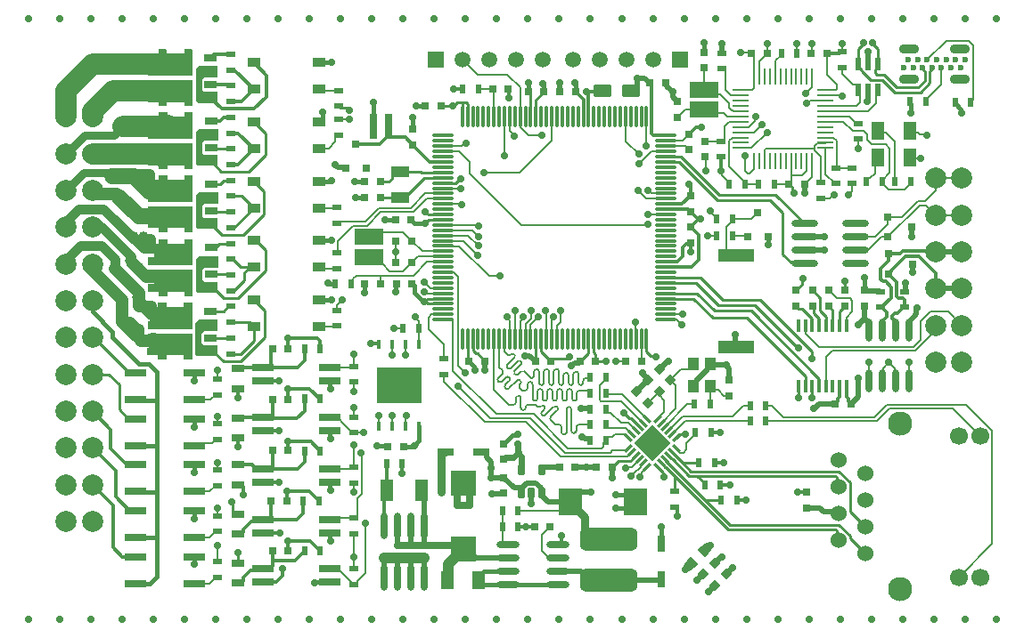
<source format=gtl>
G04*
G04 #@! TF.GenerationSoftware,Altium Limited,Altium Designer,22.10.1 (41)*
G04*
G04 Layer_Physical_Order=1*
G04 Layer_Color=255*
%FSLAX25Y25*%
%MOIN*%
G70*
G04*
G04 #@! TF.SameCoordinates,228258D3-266C-4D4F-9196-BF2F79CCE343*
G04*
G04*
G04 #@! TF.FilePolarity,Positive*
G04*
G01*
G75*
%ADD10C,0.01000*%
%ADD11C,0.00787*%
%ADD14C,0.02362*%
%ADD15C,0.01575*%
%ADD20C,0.01181*%
%ADD25R,0.04528X0.03543*%
%ADD26R,0.05118X0.02756*%
%ADD27R,0.03543X0.02362*%
%ADD28R,0.02362X0.03543*%
%ADD29R,0.03150X0.03150*%
%ADD30R,0.03150X0.03150*%
%ADD31R,0.04331X0.05118*%
%ADD32P,0.04454X4X180.0*%
G04:AMPARAMS|DCode=33|XSize=33.86mil|YSize=10.24mil|CornerRadius=0.36mil|HoleSize=0mil|Usage=FLASHONLY|Rotation=225.000|XOffset=0mil|YOffset=0mil|HoleType=Round|Shape=RoundedRectangle|*
%AMROUNDEDRECTD33*
21,1,0.03386,0.00952,0,0,225.0*
21,1,0.03314,0.01024,0,0,225.0*
1,1,0.00072,-0.01508,-0.00835*
1,1,0.00072,0.00835,0.01508*
1,1,0.00072,0.01508,0.00835*
1,1,0.00072,-0.00835,-0.01508*
%
%ADD33ROUNDEDRECTD33*%
G04:AMPARAMS|DCode=34|XSize=33.86mil|YSize=10.24mil|CornerRadius=0.36mil|HoleSize=0mil|Usage=FLASHONLY|Rotation=315.000|XOffset=0mil|YOffset=0mil|HoleType=Round|Shape=RoundedRectangle|*
%AMROUNDEDRECTD34*
21,1,0.03386,0.00952,0,0,315.0*
21,1,0.03314,0.01024,0,0,315.0*
1,1,0.00072,0.00835,-0.01508*
1,1,0.00072,-0.01508,0.00835*
1,1,0.00072,-0.00835,0.01508*
1,1,0.00072,0.01508,-0.00835*
%
%ADD34ROUNDEDRECTD34*%
%ADD35P,0.04454X4X90.0*%
G04:AMPARAMS|DCode=36|XSize=19.68mil|YSize=39.37mil|CornerRadius=0mil|HoleSize=0mil|Usage=FLASHONLY|Rotation=45.000|XOffset=0mil|YOffset=0mil|HoleType=Round|Shape=Rectangle|*
%AMROTATEDRECTD36*
4,1,4,0.00696,-0.02088,-0.02088,0.00696,-0.00696,0.02088,0.02088,-0.00696,0.00696,-0.02088,0.0*
%
%ADD36ROTATEDRECTD36*%

%ADD37R,0.09488X0.09331*%
%ADD38R,0.01575X0.03543*%
%ADD39R,0.09055X0.09921*%
G04:AMPARAMS|DCode=40|XSize=47.64mil|YSize=23.23mil|CornerRadius=2.9mil|HoleSize=0mil|Usage=FLASHONLY|Rotation=90.000|XOffset=0mil|YOffset=0mil|HoleType=Round|Shape=RoundedRectangle|*
%AMROUNDEDRECTD40*
21,1,0.04764,0.01742,0,0,90.0*
21,1,0.04183,0.02323,0,0,90.0*
1,1,0.00581,0.00871,0.02092*
1,1,0.00581,0.00871,-0.02092*
1,1,0.00581,-0.00871,-0.02092*
1,1,0.00581,-0.00871,0.02092*
%
%ADD40ROUNDEDRECTD40*%
%ADD41R,0.02756X0.09449*%
%ADD42O,0.00984X0.06102*%
%ADD43O,0.06102X0.00984*%
%ADD44R,0.01200X0.04575*%
%ADD45R,0.04528X0.07087*%
%ADD46R,0.10630X0.05906*%
G04:AMPARAMS|DCode=47|XSize=216.54mil|YSize=84.65mil|CornerRadius=21.16mil|HoleSize=0mil|Usage=FLASHONLY|Rotation=180.000|XOffset=0mil|YOffset=0mil|HoleType=Round|Shape=RoundedRectangle|*
%AMROUNDEDRECTD47*
21,1,0.21654,0.04232,0,0,180.0*
21,1,0.17421,0.08465,0,0,180.0*
1,1,0.04232,-0.08711,0.02116*
1,1,0.04232,0.08711,0.02116*
1,1,0.04232,0.08711,-0.02116*
1,1,0.04232,-0.08711,-0.02116*
%
%ADD47ROUNDEDRECTD47*%
%ADD48O,0.08268X0.01181*%
%ADD49O,0.01181X0.08268*%
%ADD50R,0.13386X0.05118*%
%ADD51O,0.09843X0.02756*%
G04:AMPARAMS|DCode=52|XSize=67.32mil|YSize=48.42mil|CornerRadius=6.05mil|HoleSize=0mil|Usage=FLASHONLY|Rotation=180.000|XOffset=0mil|YOffset=0mil|HoleType=Round|Shape=RoundedRectangle|*
%AMROUNDEDRECTD52*
21,1,0.06732,0.03632,0,0,180.0*
21,1,0.05522,0.04842,0,0,180.0*
1,1,0.01211,-0.02761,0.01816*
1,1,0.01211,0.02761,0.01816*
1,1,0.01211,0.02761,-0.01816*
1,1,0.01211,-0.02761,-0.01816*
%
%ADD52ROUNDEDRECTD52*%
%ADD53O,0.08661X0.02362*%
%ADD54R,0.07087X0.03937*%
%ADD55R,0.03000X0.03000*%
%ADD56R,0.03150X0.06299*%
%ADD57R,0.04921X0.07874*%
%ADD58O,0.02756X0.09843*%
%ADD59O,0.02362X0.08661*%
%ADD60R,0.03000X0.03000*%
G04:AMPARAMS|DCode=61|XSize=41.73mil|YSize=25.59mil|CornerRadius=6.4mil|HoleSize=0mil|Usage=FLASHONLY|Rotation=90.000|XOffset=0mil|YOffset=0mil|HoleType=Round|Shape=RoundedRectangle|*
%AMROUNDEDRECTD61*
21,1,0.04173,0.01280,0,0,90.0*
21,1,0.02894,0.02559,0,0,90.0*
1,1,0.01280,0.00640,0.01447*
1,1,0.01280,0.00640,-0.01447*
1,1,0.01280,-0.00640,-0.01447*
1,1,0.01280,-0.00640,0.01447*
%
%ADD61ROUNDEDRECTD61*%
%ADD62R,0.04921X0.02559*%
%ADD63R,0.03976X0.02854*%
%ADD64R,0.03937X0.02815*%
%ADD65R,0.03071X0.03937*%
%ADD66R,0.03150X0.03937*%
%ADD67R,0.03937X0.02854*%
%ADD68R,0.08000X0.02600*%
%ADD69R,0.06299X0.03150*%
%ADD124C,0.02362*%
%ADD125C,0.00660*%
%ADD126P,0.13919X4X270.0*%
%ADD127R,0.16929X0.13386*%
%ADD128C,0.01968*%
%ADD129C,0.00867*%
%ADD130C,0.01100*%
%ADD131C,0.02953*%
%ADD132C,0.07874*%
%ADD133C,0.05906*%
%ADD134C,0.03937*%
%ADD135C,0.04724*%
%ADD136C,0.03543*%
%ADD137C,0.04331*%
%ADD138C,0.02756*%
%ADD139C,0.03150*%
%ADD140C,0.06000*%
%ADD141C,0.06693*%
%ADD142C,0.09055*%
%ADD143C,0.05906*%
%ADD144R,0.05906X0.05906*%
%ADD145C,0.07874*%
%ADD146O,0.07480X0.03543*%
%ADD147C,0.02756*%
%ADD148C,0.01968*%
%ADD149C,0.03937*%
G36*
X67028Y-18681D02*
Y-26949D01*
X50295D01*
Y-23996D01*
X52461D01*
Y-21535D01*
X50295D01*
Y-18681D01*
X54232D01*
Y-17106D01*
X57480D01*
Y-18681D01*
X63878D01*
Y-17106D01*
X67028D01*
Y-18681D01*
D02*
G37*
G36*
X76476Y-27736D02*
X71358D01*
X70571Y-28524D01*
Y-32264D01*
X71358Y-33051D01*
X76279D01*
Y-37087D01*
X68898D01*
X68209Y-36398D01*
Y-24587D01*
X69390Y-23406D01*
X76476D01*
Y-27736D01*
D02*
G37*
G36*
X67028Y-36791D02*
Y-38366D01*
X63878D01*
Y-36791D01*
X57480D01*
Y-38366D01*
X54232D01*
Y-36791D01*
X50295D01*
Y-33937D01*
X52461D01*
Y-31477D01*
X50295D01*
Y-28524D01*
X67028D01*
Y-36791D01*
D02*
G37*
G36*
X67126Y-42323D02*
Y-50591D01*
X50394D01*
Y-47638D01*
X52559D01*
Y-45177D01*
X50394D01*
Y-42323D01*
X54331D01*
Y-40748D01*
X57579D01*
Y-42323D01*
X63976D01*
Y-40748D01*
X67126D01*
Y-42323D01*
D02*
G37*
G36*
X76575Y-51378D02*
X71457D01*
X70669Y-52165D01*
Y-55905D01*
X71457Y-56693D01*
X76378D01*
Y-60728D01*
X68996D01*
X68307Y-60039D01*
Y-48228D01*
X69488Y-47047D01*
X76575D01*
Y-51378D01*
D02*
G37*
G36*
X67126Y-60433D02*
Y-62008D01*
X63976D01*
Y-60433D01*
X57579D01*
Y-62008D01*
X54331D01*
Y-60433D01*
X50394D01*
Y-57579D01*
X52559D01*
Y-55118D01*
X50394D01*
Y-52165D01*
X67126D01*
Y-60433D01*
D02*
G37*
G36*
Y-65945D02*
Y-74213D01*
X50394D01*
Y-71260D01*
X52559D01*
Y-68799D01*
X50394D01*
Y-65945D01*
X54331D01*
Y-64370D01*
X57579D01*
Y-65945D01*
X63976D01*
Y-64370D01*
X67126D01*
Y-65945D01*
D02*
G37*
G36*
X76575Y-75000D02*
X71457D01*
X70669Y-75787D01*
Y-79528D01*
X71457Y-80315D01*
X76378D01*
Y-84350D01*
X68996D01*
X68307Y-83661D01*
Y-71850D01*
X69488Y-70669D01*
X76575D01*
Y-75000D01*
D02*
G37*
G36*
X67126Y-84055D02*
Y-85630D01*
X63976D01*
Y-84055D01*
X57579D01*
Y-85630D01*
X54331D01*
Y-84055D01*
X50394D01*
Y-81201D01*
X52559D01*
Y-78740D01*
X50394D01*
Y-75787D01*
X67126D01*
Y-84055D01*
D02*
G37*
G36*
Y-89764D02*
Y-98032D01*
X50394D01*
Y-95079D01*
X52559D01*
Y-92618D01*
X50394D01*
Y-89764D01*
X54331D01*
Y-88189D01*
X57579D01*
Y-89764D01*
X63976D01*
Y-88189D01*
X67126D01*
Y-89764D01*
D02*
G37*
G36*
X76575Y-98819D02*
X71457D01*
X70669Y-99606D01*
Y-103347D01*
X71457Y-104134D01*
X76378D01*
Y-108169D01*
X68996D01*
X68307Y-107480D01*
Y-95669D01*
X69488Y-94488D01*
X76575D01*
Y-98819D01*
D02*
G37*
G36*
X67126Y-107874D02*
Y-109449D01*
X63976D01*
Y-107874D01*
X57579D01*
Y-109449D01*
X54331D01*
Y-107874D01*
X50394D01*
Y-105020D01*
X52559D01*
Y-102559D01*
X50394D01*
Y-99606D01*
X67126D01*
Y-107874D01*
D02*
G37*
G36*
X66929Y-113583D02*
Y-121850D01*
X50197D01*
Y-118898D01*
X52362D01*
Y-116437D01*
X50197D01*
Y-113583D01*
X54134D01*
Y-112008D01*
X57382D01*
Y-113583D01*
X63779D01*
Y-112008D01*
X66929D01*
Y-113583D01*
D02*
G37*
G36*
X76378Y-122638D02*
X71260D01*
X70472Y-123425D01*
Y-127165D01*
X71260Y-127953D01*
X76181D01*
Y-131988D01*
X68799D01*
X68110Y-131299D01*
Y-119488D01*
X69291Y-118307D01*
X76378D01*
Y-122638D01*
D02*
G37*
G36*
X66929Y-131693D02*
Y-133268D01*
X63779D01*
Y-131693D01*
X57382D01*
Y-133268D01*
X54134D01*
Y-131693D01*
X50197D01*
Y-128839D01*
X52362D01*
Y-126378D01*
X50197D01*
Y-123425D01*
X66929D01*
Y-131693D01*
D02*
G37*
D10*
X82441Y-83858D02*
X89862Y-76437D01*
X85472Y-72047D02*
X89862Y-76437D01*
Y-66437D02*
X93701Y-70276D01*
Y-78937D02*
Y-70276D01*
X86024Y-86614D02*
X93701Y-78937D01*
X78031Y-86614D02*
X86024D01*
X73917Y-82500D02*
X78031Y-86614D01*
X81299Y-72047D02*
X85472D01*
X81299Y-83858D02*
X82441D01*
X84055Y-209547D02*
Y-205709D01*
X82095Y-190362D02*
X82972Y-191240D01*
X82095Y-190362D02*
Y-186819D01*
X81791Y-186516D02*
X82095Y-186819D01*
X82972Y-191240D02*
X84153D01*
X74370Y-77953D02*
X81299D01*
X77835Y-62795D02*
X87992D01*
X94291Y-56496D01*
X175303Y-132980D02*
X176403Y-134080D01*
X175303Y-132980D02*
Y-132783D01*
X173531Y-131012D02*
X175303Y-132783D01*
X173041Y-131012D02*
X173531D01*
X171885Y-129856D02*
X173041Y-131012D01*
X169882Y-132980D02*
Y-125591D01*
Y-132980D02*
X170268Y-133366D01*
X171161D01*
X171885Y-129856D02*
Y-125625D01*
X171850Y-125591D02*
X171885Y-125625D01*
X211909Y-134055D02*
X215158Y-130807D01*
X202157Y-132980D02*
X206604D01*
X207399Y-132185D01*
X201083Y-134055D02*
X202157Y-132980D01*
X207399Y-132185D02*
X207874D01*
X230988Y-155187D02*
X234285Y-158484D01*
X228310Y-153216D02*
X230281Y-155187D01*
X228182Y-153216D02*
X228310D01*
X230281Y-155187D02*
X230988D01*
X242973Y-176832D02*
Y-175524D01*
X240883Y-173434D02*
Y-173434D01*
Y-173434D02*
X242973Y-175524D01*
Y-176832D02*
X243307Y-177165D01*
X249304Y-161216D02*
X251374D01*
X247860Y-162660D02*
X249304Y-161216D01*
X251374D02*
X251389Y-161232D01*
X247843Y-162660D02*
X247860D01*
X197441Y-130413D02*
X201083Y-134055D01*
X84852Y-98632D02*
X88376D01*
X226287Y-171350D02*
X230801D01*
X223917Y-173721D02*
X226287Y-171350D01*
X230801D02*
X232894Y-169258D01*
X244094Y-108465D02*
X255610D01*
X262205Y-115059D01*
X221546Y-134046D02*
X221555Y-134055D01*
X217825Y-134046D02*
X221546D01*
X217775Y-134015D02*
Y-131224D01*
X217161Y-125591D02*
X217161Y-125591D01*
X217815Y-134055D02*
X217825Y-134046D01*
X217161Y-129297D02*
X217161Y-129297D01*
Y-130610D02*
Y-129297D01*
Y-130610D02*
X217775Y-131224D01*
X217161Y-129297D02*
Y-125591D01*
X197441Y-130413D02*
Y-125591D01*
X197441Y-125591D02*
X197441Y-125591D01*
X195473Y-133760D02*
Y-125591D01*
X160039Y-38287D02*
X164272D01*
X167661Y-37008D02*
X169296D01*
X166026D02*
X167661D01*
X167879Y-42091D02*
X167913Y-42126D01*
X167879Y-42091D02*
Y-37225D01*
X167661Y-37008D02*
X167879Y-37225D01*
X169847Y-42091D02*
X169882Y-42126D01*
X169847Y-42091D02*
Y-37559D01*
X169296Y-37008D02*
X169847Y-37559D01*
X164747Y-38287D02*
X166026Y-37008D01*
X164272Y-38287D02*
X164747D01*
X238397Y-131901D02*
X240070D01*
X236811Y-130315D02*
Y-125591D01*
Y-130315D02*
X238397Y-131901D01*
X240070D02*
X240256Y-132087D01*
X153740Y-111614D02*
X154921Y-110433D01*
X262205Y-115059D02*
X275886D01*
X263583Y-112894D02*
X277380D01*
X244094Y-104527D02*
X255217D01*
X263583Y-112894D01*
X277380D02*
X293458Y-128972D01*
X275886Y-115059D02*
X301278Y-140451D01*
X261516Y-117618D02*
X274311D01*
X296260Y-143177D02*
Y-139567D01*
X274311Y-117618D02*
X296260Y-139567D01*
X254331Y-110433D02*
X261516Y-117618D01*
X244094Y-110433D02*
X254331D01*
X279192Y-110827D02*
X298558Y-130193D01*
X265354Y-110827D02*
X279192D01*
X257087Y-102559D02*
X265354Y-110827D01*
X244094Y-102559D02*
X257087D01*
X282890Y-73441D02*
X287795Y-78347D01*
X263236Y-73441D02*
X282890D01*
X287795Y-93799D02*
Y-78347D01*
X262827Y-73032D02*
X262827D01*
X263236Y-73441D01*
X249082Y-59287D02*
X262827Y-73032D01*
X249641Y-57318D02*
X263976Y-71653D01*
X285157D02*
X295866Y-82362D01*
X263976Y-71653D02*
X285157D01*
X166946Y-65551D02*
X167421D01*
X165406Y-67091D02*
X166946Y-65551D01*
X160665Y-67091D02*
X165406D01*
X160630Y-67126D02*
X160665Y-67091D01*
X122335Y-39067D02*
X124419D01*
X125214Y-39862D01*
X121653Y-38386D02*
X122335Y-39067D01*
X125214Y-39862D02*
X125689D01*
X144685Y-62795D02*
X152186D01*
X143110D02*
X144685D01*
X141642Y-64264D02*
X143110Y-62795D01*
X137303Y-66732D02*
X140378D01*
X141642Y-65469D01*
Y-64264D01*
X152580Y-63189D02*
X160630D01*
X152186Y-62795D02*
X152580Y-63189D01*
X153740Y-65158D02*
X160630D01*
X144685Y-72638D02*
X146260D01*
X153740Y-65158D01*
X144587Y-72736D02*
X144685Y-72638D01*
X137402Y-72736D02*
X144587D01*
X298558Y-132810D02*
Y-130193D01*
Y-132810D02*
X298819Y-133071D01*
X293458Y-128972D02*
X293568D01*
X301278Y-143077D02*
Y-140451D01*
Y-143077D02*
X301378Y-143177D01*
X298819Y-147736D02*
Y-143177D01*
Y-147736D02*
X298819Y-147736D01*
X298819Y-143177D02*
X298819Y-143177D01*
X293701Y-143177D02*
X293701Y-143177D01*
Y-147736D02*
Y-143177D01*
Y-147736D02*
X293701Y-147736D01*
X296260Y-143177D02*
X296260Y-143177D01*
X287795Y-93799D02*
X291022Y-97026D01*
X295530D01*
X295866Y-97362D01*
X244129Y-59287D02*
X249082D01*
X244094Y-59252D02*
X244129Y-59287D01*
Y-57318D02*
X249641D01*
X244094Y-57284D02*
X244129Y-57318D01*
X195473Y-42126D02*
Y-35925D01*
X197244Y-34154D01*
X193504Y-42126D02*
Y-33957D01*
X311024Y-107382D02*
Y-103839D01*
X292717Y-107382D02*
X294861Y-105237D01*
Y-103367D02*
X295197Y-103031D01*
X294861Y-105237D02*
Y-103367D01*
X298719Y-120471D02*
Y-118059D01*
X294967Y-114308D02*
X298719Y-118059D01*
X293737Y-114308D02*
X294967D01*
X298719Y-120471D02*
X298819Y-120571D01*
X292717Y-113287D02*
X293737Y-114308D01*
X299241Y-115776D02*
Y-113611D01*
X298917Y-113287D02*
X299241Y-113611D01*
Y-115776D02*
X301278Y-117813D01*
Y-120471D02*
Y-117813D01*
Y-120471D02*
X301378Y-120571D01*
X301780Y-115017D02*
X303937Y-117175D01*
Y-120571D02*
Y-117175D01*
X298917Y-107382D02*
X301780Y-110244D01*
Y-115017D02*
Y-110244D01*
X306496Y-120571D02*
Y-114764D01*
X305020Y-113287D02*
X306496Y-114764D01*
X309055Y-120571D02*
Y-115256D01*
X311024Y-113287D01*
X215158Y-130807D02*
Y-125591D01*
X154632Y-112008D02*
X155026Y-112402D01*
X160630D01*
X154921Y-110433D02*
X160630D01*
X155315Y-78937D02*
X160630D01*
X154134Y-77756D02*
X155315Y-78937D01*
Y-80905D02*
X160630D01*
X154134Y-82087D02*
X155315Y-80905D01*
X73917Y-58878D02*
X77835Y-62795D01*
X94291Y-56496D02*
Y-48671D01*
X89862Y-44242D02*
X94291Y-48671D01*
X74370Y-54331D02*
X81299D01*
X73917Y-67500D02*
X77382D01*
X78740Y-66142D01*
X81299D01*
X73917Y-91319D02*
X75610D01*
X77165Y-89764D01*
X81299D01*
X89862Y-88632D02*
X90600D01*
X94291Y-92323D01*
Y-100058D02*
Y-92323D01*
X92659Y-101691D02*
X94291Y-100058D01*
X92601Y-101691D02*
X92659D01*
X84055Y-110236D02*
X92601Y-101691D01*
X78740Y-110236D02*
X84055D01*
X74823Y-106319D02*
X78740Y-110236D01*
X73917Y-101319D02*
X81043D01*
X81299Y-101575D01*
Y-107480D02*
X82480D01*
X73721Y-115138D02*
X78563D01*
X80315Y-113386D01*
X81299D01*
X89862Y-110827D02*
X93898Y-114862D01*
X74823Y-130138D02*
X78543Y-133858D01*
X72264Y-130138D02*
X73721D01*
Y-125138D02*
X81240D01*
X81299Y-125197D01*
X93898Y-125000D02*
Y-114862D01*
X78543Y-133858D02*
X85039D01*
X93898Y-125000D01*
X89862Y-126083D02*
Y-120827D01*
X84842Y-131102D02*
X89862Y-126083D01*
X81299Y-131102D02*
X84842D01*
X88327Y-119291D02*
X89862Y-120827D01*
X81299Y-119291D02*
X88327D01*
X29528Y-138779D02*
X29921Y-138386D01*
X29528Y-138779D02*
X35827D01*
X39567Y-142520D01*
Y-151969D02*
Y-142520D01*
Y-151969D02*
X43159Y-155561D01*
X45669D01*
X82480Y-107480D02*
X86221Y-103740D01*
X88376Y-98632D02*
X89862D01*
X86221Y-103740D02*
Y-100787D01*
X88376Y-98632D01*
X81299Y-95669D02*
X81890D01*
X84852Y-98632D01*
D11*
X114468Y-76437D02*
X121004D01*
X121063Y-76378D01*
X245789Y-140966D02*
X247638Y-142815D01*
Y-151730D02*
Y-142815D01*
X245789Y-140966D02*
Y-140966D01*
X245789D02*
X249747Y-137008D01*
X245789Y-140966D02*
X245789D01*
X254232Y-135236D02*
Y-134843D01*
X252461Y-137008D02*
X254232Y-135236D01*
X249747Y-137008D02*
X252461D01*
X76181Y-209055D02*
X76279Y-208957D01*
Y-202854D01*
X73465Y-217087D02*
X75590Y-214961D01*
X67669Y-217087D02*
X73465D01*
X75590Y-214961D02*
X76181D01*
X67669Y-199911D02*
X73415D01*
X75590Y-197736D01*
X67669Y-182736D02*
X67805Y-182601D01*
X73502D02*
X75590Y-180512D01*
X67805Y-182601D02*
X73502D01*
X75590Y-197736D02*
X76181D01*
X75590Y-180512D02*
X76181D01*
X67669Y-148386D02*
X73661D01*
X75590Y-146457D01*
X76181D01*
X68576Y-164655D02*
X74342D01*
X74803Y-164193D02*
Y-164075D01*
X75590Y-163287D02*
X76181D01*
X74342Y-164655D02*
X74803Y-164193D01*
X67669Y-165561D02*
X68576Y-164655D01*
X74803Y-164075D02*
X75590Y-163287D01*
X76279Y-140453D02*
Y-137205D01*
X76181Y-140551D02*
X76279Y-140453D01*
X366161Y-202343D02*
Y-160035D01*
X356224Y-150098D02*
X366161Y-160035D01*
X353642Y-214862D02*
X353642D01*
X366161Y-202343D01*
X326772Y-150098D02*
X356224D01*
X322933Y-156398D02*
X327657Y-151674D01*
X361634Y-161911D02*
Y-161910D01*
X351397Y-151674D02*
X361634Y-161910D01*
X327657Y-151674D02*
X351397D01*
X341831Y-21004D02*
X348878Y-13957D01*
X357227D01*
X358957Y-15686D01*
Y-36024D02*
Y-15686D01*
X358169Y-36811D02*
X358957Y-36024D01*
X347146Y-30217D02*
Y-24075D01*
X341339Y-36024D02*
X347146Y-30217D01*
X341339Y-36614D02*
Y-36024D01*
X170472Y-134055D02*
X171161Y-133366D01*
X150303Y-117330D02*
Y-117329D01*
X142323Y-121653D02*
X145768D01*
X150303Y-117330D02*
X151772Y-118799D01*
Y-121555D02*
Y-118799D01*
X151673Y-121653D02*
X151772Y-121555D01*
X151673Y-121653D02*
X151791Y-121772D01*
Y-127520D02*
Y-121772D01*
X296306Y-123508D02*
Y-120617D01*
X301242Y-128445D02*
X336749D01*
X296306Y-123508D02*
X301242Y-128445D01*
X296260Y-120571D02*
X296306Y-120617D01*
X341732Y-49016D02*
X341831Y-49114D01*
X338878Y-49016D02*
X341732D01*
X338220Y-48358D02*
X338878Y-49016D01*
X335956Y-48358D02*
X338220D01*
X335236Y-47638D02*
X335956Y-48358D01*
X170768Y-63484D02*
X190059Y-82776D01*
X237205D01*
X170768Y-63484D02*
Y-59252D01*
X166831Y-55315D02*
X170768Y-59252D01*
X160630Y-55315D02*
X166831D01*
X237205Y-82776D02*
X237303Y-82677D01*
X160643Y-90761D02*
X166571D01*
X141700Y-154134D02*
X141791Y-154226D01*
X177890Y-102080D02*
X181975D01*
X141791Y-158045D02*
Y-154226D01*
X166571Y-90761D02*
X177890Y-102080D01*
X203346Y-120669D02*
X204823Y-119193D01*
X203346Y-125591D02*
Y-120669D01*
X204823Y-119193D02*
Y-114961D01*
X193692Y-114970D02*
X193701Y-114961D01*
X193692Y-117762D02*
Y-114970D01*
X191535Y-119919D02*
X193692Y-117762D01*
X199409Y-125591D02*
Y-118383D01*
X199311Y-118284D02*
X199409Y-118383D01*
X199311Y-118284D02*
Y-115127D01*
X199144Y-114961D02*
X199311Y-115127D01*
X187598Y-125591D02*
Y-114961D01*
X184744Y-117757D02*
Y-117224D01*
Y-117757D02*
X185555Y-118568D01*
Y-125515D02*
Y-118568D01*
Y-125515D02*
X185630Y-125591D01*
X190630Y-117738D02*
Y-117205D01*
X189567Y-118801D02*
X190630Y-117738D01*
X189567Y-125591D02*
Y-118801D01*
X193504Y-125591D02*
Y-120177D01*
X196436Y-117245D01*
X191535Y-125591D02*
Y-119919D01*
X201378Y-118249D02*
X201870Y-117757D01*
Y-117224D01*
X201378Y-125591D02*
Y-118249D01*
X128740Y-216732D02*
Y-216142D01*
X127362Y-217520D02*
X127953D01*
X128740Y-216732D01*
Y-216142D02*
X131791Y-213090D01*
Y-194685D01*
X130118Y-168110D02*
X130315Y-168307D01*
Y-183540D02*
Y-168307D01*
X128740Y-185115D02*
X130315Y-183540D01*
X128740Y-191880D02*
Y-185115D01*
X127953Y-192667D02*
X128740Y-191880D01*
X127362Y-192667D02*
X127953D01*
X127362Y-173721D02*
X127461Y-173622D01*
Y-165157D01*
Y-160630D02*
X131102D01*
X127362Y-160728D02*
X127461Y-160630D01*
X125984Y-159941D02*
X126772Y-160728D01*
X125984Y-159941D02*
Y-159820D01*
X123685Y-157520D02*
X125984Y-159820D01*
X123685Y-157520D02*
Y-157520D01*
X126772Y-160728D02*
X127362D01*
X121204Y-155039D02*
X123685Y-157520D01*
X118504Y-155039D02*
X121204D01*
X322047Y-154823D02*
X326772Y-150098D01*
X287894Y-154823D02*
X322047D01*
X283563Y-150492D02*
X287894Y-154823D01*
X281496Y-150492D02*
X283563D01*
X268996Y-154626D02*
X273130Y-150492D01*
X275590D01*
X250309Y-154626D02*
X268996D01*
X245059Y-159876D02*
X250309Y-154626D01*
X251322Y-156398D02*
X275590D01*
X246451Y-161268D02*
X251322Y-156398D01*
X281496D02*
X322933D01*
X265748Y-146752D02*
X267520D01*
X263614Y-144617D02*
X265748Y-146752D01*
X262236Y-144617D02*
X263614D01*
X260728Y-143110D02*
X262236Y-144617D01*
X252151Y-150000D02*
X254626D01*
X243667Y-158484D02*
X252151Y-150000D01*
X260531D02*
X260728Y-149803D01*
Y-143110D01*
X242275Y-157092D02*
X247638Y-151730D01*
X247843Y-166474D02*
X247845D01*
X249455Y-168084D02*
X250518D01*
X247845Y-166474D02*
X249455Y-168084D01*
X250518D02*
X251772Y-166831D01*
X255118Y-161319D02*
Y-160433D01*
Y-161319D02*
X255315Y-161516D01*
X254724D02*
X255315D01*
X251772Y-164469D02*
X254724Y-161516D01*
X251772Y-166831D02*
Y-164469D01*
X156905Y-116414D02*
X156980Y-116339D01*
X155315Y-121974D02*
Y-117573D01*
X156474Y-116414D01*
X156905D01*
X156980Y-116339D02*
X160630D01*
X155315Y-121974D02*
X161024Y-127683D01*
Y-132972D02*
Y-127683D01*
X223325Y-153148D02*
X227250Y-157073D01*
X221654Y-152361D02*
X222441Y-153148D01*
X227250Y-157073D02*
X230090D01*
X221654Y-152361D02*
Y-151772D01*
X222441Y-153148D02*
X223325D01*
X221949Y-146161D02*
X227531D01*
X237069Y-155700D01*
X221654Y-145866D02*
X221949Y-146161D01*
X219291Y-148358D02*
Y-142913D01*
X221654Y-140551D01*
Y-139961D01*
X222441Y-158760D02*
X228994D01*
X221654Y-157973D02*
X222441Y-158760D01*
X221654Y-157973D02*
Y-157677D01*
X228994Y-158760D02*
X231502Y-161268D01*
X230090Y-157073D02*
X232894Y-159876D01*
X227404Y-148819D02*
X235678Y-157092D01*
X219291Y-148358D02*
X219753Y-148819D01*
X223324D01*
X223324Y-148819D01*
X227404D01*
X182894Y-202638D02*
Y-189882D01*
X258366Y-32185D02*
X258366D01*
X258366D02*
X258366D01*
X293012Y-18996D02*
Y-14862D01*
X291339Y-68701D02*
X291687Y-69050D01*
X290385Y-67747D02*
X291339Y-68701D01*
X292028Y-70866D02*
Y-70333D01*
X291339Y-69644D02*
X291687Y-69993D01*
X290385Y-67747D02*
Y-67520D01*
X290158D02*
X290385D01*
X284547D02*
X290158D01*
X264665Y-51476D02*
X265256D01*
X258760D02*
X264665D01*
X146809Y-158110D02*
Y-154193D01*
X136805Y-158091D02*
Y-154134D01*
X141713Y-127598D02*
X141791Y-127520D01*
X146653Y-127657D02*
X146791Y-127520D01*
X146809Y-154193D02*
X146850Y-154152D01*
X136791Y-158105D02*
X136805Y-158091D01*
X146653Y-131595D02*
Y-127657D01*
X141713Y-131516D02*
Y-127598D01*
X141634Y-131595D02*
X141713Y-131516D01*
X195177Y-134055D02*
X195473Y-133760D01*
X188779Y-189862D02*
X204882D01*
X208228Y-186516D01*
X241556Y-146675D02*
Y-145198D01*
Y-146675D02*
X243504Y-148622D01*
Y-153080D02*
Y-148622D01*
X237324Y-149430D02*
X241556Y-145198D01*
X240883Y-155700D02*
X243504Y-153080D01*
X137402Y-101772D02*
X149606D01*
X137402Y-104823D02*
Y-101772D01*
X128248D02*
X137402D01*
X126279Y-104823D02*
X127067Y-104035D01*
Y-102953D01*
X128248Y-101772D01*
X262992Y-80709D02*
Y-80118D01*
X260630Y-77756D02*
Y-77658D01*
Y-77756D02*
X262992Y-80118D01*
X233661Y-69859D02*
X236834Y-73032D01*
X233661Y-69859D02*
Y-69784D01*
X236834Y-73032D02*
X244094D01*
X238779Y-71063D02*
X244094D01*
X237500Y-69784D02*
X238779Y-71063D01*
X237205Y-69784D02*
X237500D01*
X291687Y-69993D02*
X292028Y-70333D01*
X291687Y-69993D02*
Y-69050D01*
X291339Y-69644D02*
Y-68701D01*
X160640Y-86801D02*
X169993D01*
X173870Y-90678D02*
X173945D01*
X169993Y-86801D02*
X173870Y-90678D01*
X160660Y-82903D02*
X173611D01*
X173876Y-83169D01*
X168209Y-88779D02*
X173796Y-94367D01*
X160630Y-88779D02*
X168209D01*
X160630Y-84842D02*
X171653D01*
X173917Y-87106D01*
X183612Y-42175D02*
X183661Y-42126D01*
X183612Y-56939D02*
Y-42175D01*
X183563Y-56988D02*
X183612Y-56939D01*
X175984Y-63189D02*
X189469D01*
X201378Y-51279D01*
Y-42126D01*
X160630Y-69095D02*
X167421D01*
X167421Y-69095D01*
X160630Y-69095D02*
X160630Y-69095D01*
X121752Y-43406D02*
X125689D01*
X259547Y-86910D02*
X262992D01*
X329659Y-140939D02*
Y-136549D01*
Y-140939D02*
X329961Y-141240D01*
X327461Y-134350D02*
X329659Y-136549D01*
X325262Y-140939D02*
Y-136549D01*
X327461Y-134350D01*
X324961Y-141240D02*
X325262Y-140939D01*
X319970Y-141230D02*
Y-134262D01*
X319961Y-141240D02*
X319970Y-141230D01*
Y-134262D02*
X319980Y-134252D01*
X237254Y-78888D02*
X244045D01*
X244094Y-78937D01*
X237205Y-78839D02*
X237254Y-78888D01*
X334902Y-141181D02*
X334961Y-141240D01*
X334902Y-141181D02*
Y-134409D01*
X334842Y-134350D02*
X334902Y-134409D01*
X303937Y-143177D02*
Y-132382D01*
X306299Y-130020D01*
X336749Y-128445D02*
X339400Y-125794D01*
Y-118815D01*
X337402Y-130020D02*
X343133Y-124288D01*
X306299Y-130020D02*
X337402D01*
X344980Y-122390D02*
Y-120472D01*
X343133Y-124238D02*
X344980Y-122390D01*
X343133Y-124288D02*
Y-124238D01*
X339400Y-118815D02*
X342860Y-115354D01*
X349705D01*
X354823Y-120472D01*
X344980Y-79134D02*
X354823D01*
X344980Y-65354D02*
X354823D01*
X338192Y-74016D02*
X341043D01*
X344980Y-70079D01*
Y-65354D01*
X332395Y-79813D02*
X338192Y-74016D01*
X327122Y-79813D02*
X332395D01*
X341437Y-75590D02*
X344980Y-79134D01*
X338844Y-75590D02*
X341437D01*
X327122Y-87313D02*
X338844Y-75590D01*
X315158Y-87362D02*
X322185D01*
X327122Y-82425D01*
Y-79813D01*
X320121Y-91986D02*
X324793Y-87313D01*
X327122D01*
X315534Y-91986D02*
X320121D01*
X315158Y-92362D02*
X315534Y-91986D01*
X244094Y-53346D02*
X251378D01*
X252756Y-54724D01*
X250197Y-51378D02*
X252756Y-48819D01*
X244094Y-51378D02*
X250197D01*
X248327Y-42618D02*
X251279Y-39666D01*
X258366D01*
X267815Y-38980D02*
Y-37402D01*
X264401Y-33987D02*
X267815Y-37402D01*
X269140Y-39961D02*
X269435Y-40256D01*
X267815Y-38980D02*
X268795Y-39961D01*
X260168Y-33987D02*
X264401D01*
X268795Y-39961D02*
X269140D01*
X258366Y-32185D02*
X260168Y-33987D01*
X269435Y-40256D02*
X272047D01*
X259744Y-41043D02*
X265771D01*
X258366Y-39666D02*
X259744Y-41043D01*
X266951Y-42224D02*
X272047D01*
X265771Y-41043D02*
X266951Y-42224D01*
X258366Y-32185D02*
Y-24016D01*
X266339Y-32413D02*
Y-25197D01*
X265551Y-24409D02*
X266339Y-25197D01*
X264961Y-24409D02*
X265551D01*
X268276Y-34350D02*
X272047D01*
X266339Y-32413D02*
X268276Y-34350D01*
X276049Y-80709D02*
X278455Y-78303D01*
X268898Y-80709D02*
X276049D01*
X266535Y-92126D02*
X268701Y-94291D01*
X268898Y-81299D02*
Y-80709D01*
X266535Y-83661D02*
X268898Y-81299D01*
X266535Y-92126D02*
Y-83661D01*
X268898Y-86910D02*
X274311D01*
X274705Y-87303D01*
X258858Y-62598D02*
Y-57480D01*
X258760Y-57382D02*
X258858Y-57480D01*
X277370Y-43907D02*
Y-42478D01*
X275153Y-46124D02*
X277370Y-43907D01*
Y-42478D02*
X277678Y-42170D01*
X272085Y-46124D02*
X275153D01*
X272047Y-46161D02*
X272085Y-46124D01*
X272047Y-48130D02*
X277058D01*
X279873Y-45315D01*
X228937Y-51476D02*
X233858Y-56398D01*
X228937Y-51476D02*
Y-42126D01*
X234055Y-60039D02*
X238779Y-55315D01*
X233858Y-60039D02*
X234055D01*
X238779Y-55315D02*
X244094D01*
X295146Y-64302D02*
X296714Y-62735D01*
Y-59093D01*
X290846Y-64302D02*
X295146D01*
X290846D02*
Y-59055D01*
Y-66831D02*
Y-64302D01*
X290158Y-67520D02*
X290846Y-66831D01*
X273622Y-62500D02*
Y-56988D01*
X274674Y-63552D02*
X275326D01*
X273622Y-62500D02*
X274674Y-63552D01*
X275326D02*
X277029Y-61849D01*
Y-59093D01*
X277067Y-59055D01*
X316634Y-36909D02*
Y-35456D01*
X315945Y-32303D02*
X316685Y-33043D01*
X316634Y-35456D02*
X316685Y-35405D01*
X315256Y-38287D02*
X316634Y-36909D01*
X316685Y-35405D02*
Y-33043D01*
X303740Y-38287D02*
X315256D01*
X310039Y-26181D02*
X314173Y-30315D01*
X303740Y-40256D02*
X319685D01*
X322657Y-37284D01*
Y-33071D01*
X323425Y-32303D01*
X310039Y-26181D02*
Y-23819D01*
X314173Y-30315D02*
X315177D01*
X315945Y-31083D01*
X265140Y-64255D02*
X267815Y-66929D01*
X265140Y-64255D02*
Y-62877D01*
X267815Y-67520D02*
Y-66929D01*
X264764Y-62500D02*
X265140Y-62877D01*
X303740Y-34350D02*
X303778Y-34388D01*
X309782D01*
X310138Y-34744D01*
X297901Y-36319D02*
X303740D01*
X297116Y-37104D02*
X297901Y-36319D01*
X296583Y-37104D02*
X297116D01*
X236807Y-42130D02*
X236811Y-42126D01*
X236803Y-53158D02*
X236807Y-53154D01*
Y-42130D01*
X185630Y-47660D02*
X187402Y-49432D01*
Y-49508D02*
Y-49432D01*
X185630Y-47660D02*
Y-42126D01*
X267815Y-61024D02*
X273721Y-66929D01*
X267815Y-61024D02*
Y-51374D01*
X273721Y-67520D02*
Y-66929D01*
X272047Y-54035D02*
X276083D01*
X281890Y-48228D01*
X272010Y-50136D02*
X272047Y-50098D01*
X267815Y-51374D02*
X269053Y-50136D01*
X272010D01*
X273721Y-67520D02*
X278642D01*
X298721Y-64862D02*
Y-59055D01*
X296063Y-67520D02*
X298721Y-64862D01*
X277067Y-27362D02*
X277067Y-27362D01*
X277067Y-31496D02*
Y-27362D01*
X276181Y-32382D02*
X277067Y-31496D01*
X272047Y-32382D02*
X276181D01*
X296457Y-33563D02*
X298721Y-31299D01*
Y-27362D01*
X309842Y-17717D02*
X310039Y-17913D01*
X309842Y-17717D02*
Y-14862D01*
X298327Y-18504D02*
X298524Y-18307D01*
Y-14862D01*
X281988Y-18504D02*
X282087Y-18406D01*
Y-14862D01*
X277067Y-27362D02*
Y-19488D01*
X276083Y-18504D02*
X277067Y-19488D01*
X279035Y-27362D02*
Y-21457D01*
X281988Y-18504D01*
X284941Y-21358D02*
X287205Y-19094D01*
X284941Y-27362D02*
Y-21358D01*
X287205Y-19094D02*
Y-18504D01*
X189642Y-46282D02*
Y-42201D01*
Y-46282D02*
X192770Y-49409D01*
X189567Y-42126D02*
X189642Y-42201D01*
X192770Y-49409D02*
X197835D01*
X312402Y-71653D02*
Y-71586D01*
X313779Y-70208D01*
Y-67323D01*
X301870Y-72835D02*
X305373D01*
X306554Y-71653D01*
X307087D01*
X299508Y-54130D02*
Y-53342D01*
Y-54917D02*
Y-54130D01*
X281004Y-54724D02*
X281599Y-54130D01*
X299508D01*
X281004Y-59055D02*
Y-54724D01*
X307776Y-61417D02*
X313779D01*
X299508Y-53342D02*
X300746Y-52105D01*
X299508Y-54917D02*
X301870Y-57279D01*
Y-66929D02*
Y-57279D01*
X303702Y-52105D02*
X303740Y-52067D01*
X300746Y-52105D02*
X303702D01*
X304232Y-26476D02*
Y-18504D01*
X307972Y-31921D02*
Y-30217D01*
X304232Y-26476D02*
X307972Y-30217D01*
X303740Y-32382D02*
X307511D01*
X307972Y-31921D01*
X335728Y-67323D02*
Y-66732D01*
X324902Y-67323D02*
Y-66732D01*
Y-67323D02*
X327264Y-69685D01*
X333366D01*
X335728Y-67323D01*
X324902Y-66732D02*
Y-66142D01*
X327756Y-63287D01*
Y-54232D01*
X326180Y-52657D02*
X327756Y-54232D01*
X320967Y-52657D02*
X326180D01*
X319391Y-51081D02*
X320967Y-52657D01*
X319391Y-51081D02*
Y-49017D01*
X318110Y-47736D02*
X319391Y-49017D01*
X314022Y-47736D02*
X318110D01*
X303740Y-44193D02*
X310478D01*
X314022Y-47736D01*
X326409Y-48161D02*
X329823Y-51575D01*
Y-66732D02*
Y-51575D01*
X323948Y-48161D02*
X326409D01*
X323425Y-47638D02*
X323948Y-48161D01*
X303740Y-42224D02*
X312795D01*
X315354Y-44783D02*
X315945D01*
X312795Y-42224D02*
X315354Y-44783D01*
X315846Y-50787D02*
X315945Y-50689D01*
X315846Y-54134D02*
Y-50787D01*
X307972Y-61221D02*
Y-51374D01*
X307776Y-61417D02*
X307972Y-61221D01*
X306735Y-50136D02*
X307972Y-51374D01*
X303740Y-50098D02*
X303778Y-50136D01*
X306735D01*
X303740Y-63878D02*
X307185Y-67323D01*
X307776D01*
X303740Y-63878D02*
Y-54035D01*
X293012Y-18996D02*
X293209Y-19193D01*
X272047Y-18406D02*
X275984D01*
X276083Y-18504D01*
X267815Y-44193D02*
X272047D01*
X266043Y-45965D02*
X267815Y-44193D01*
X266043Y-50689D02*
Y-45965D01*
X265256Y-51476D02*
X266043Y-50689D01*
X319783Y-65354D02*
X320374D01*
X322252Y-63477D02*
Y-58851D01*
X318996Y-66142D02*
X319783Y-65354D01*
X320374D02*
X322252Y-63477D01*
X318996Y-66732D02*
Y-66142D01*
X322252Y-58851D02*
X323425Y-57677D01*
X335335Y-57776D02*
X339469D01*
X335236Y-57677D02*
X335335Y-57776D01*
X168012Y-20768D02*
X173818Y-26574D01*
X184740D01*
X189567Y-31400D01*
Y-42126D02*
Y-31400D01*
X121161Y-49311D02*
X121752D01*
X120374Y-50098D02*
X121161Y-49311D01*
X120374Y-51673D02*
Y-50098D01*
X117913Y-54134D02*
X120374Y-51673D01*
X114576Y-54134D02*
X117913D01*
X114468Y-54242D02*
X114576Y-54134D01*
X154035Y-71063D02*
X160630D01*
X148622Y-76476D02*
X154035Y-71063D01*
X136651Y-76476D02*
X148622D01*
X154724Y-73032D02*
X160630D01*
X137303Y-78051D02*
X149705D01*
X154724Y-73032D01*
X167667Y-75049D02*
X167717Y-75098D01*
X160630Y-75000D02*
X160679Y-75049D01*
X167667D01*
X121752Y-81594D02*
X131533D01*
X121063Y-82284D02*
X121752Y-81594D01*
X131533D02*
X136651Y-76476D01*
X121457Y-92815D02*
Y-88881D01*
X121063Y-93209D02*
X121457Y-92815D01*
Y-88881D02*
X127169Y-83169D01*
X132185D02*
X137303Y-78051D01*
X127169Y-83169D02*
X132185D01*
X197244Y-34154D02*
X198425Y-32972D01*
X197244Y-34154D02*
Y-34154D01*
X192520Y-32972D02*
X193504Y-33957D01*
X173917Y-31791D02*
X174114Y-31988D01*
X174705D01*
X174902Y-31791D02*
X179232D01*
X174705Y-31988D02*
X174902Y-31791D01*
X179724Y-42126D02*
Y-32283D01*
X179232Y-31791D02*
X179724Y-32283D01*
X311614Y-117517D02*
X313779Y-115351D01*
X311614Y-120571D02*
Y-117517D01*
X305020Y-107382D02*
X307972Y-110335D01*
X312891D02*
X313779Y-111223D01*
X307972Y-110335D02*
X312891D01*
X313779Y-115351D02*
Y-111223D01*
X211860Y-134104D02*
X211909Y-134055D01*
X160555Y-106421D02*
X160630Y-106496D01*
X153740Y-104134D02*
X156027Y-106421D01*
X160555D01*
X154863Y-108465D02*
X160630D01*
X154273Y-107874D02*
X154863Y-108465D01*
X153740Y-107874D02*
X154273D01*
X153740Y-111614D02*
X154134Y-112008D01*
X154632D01*
X225295Y-134055D02*
X228937D01*
X167578Y-53346D02*
X168660Y-52264D01*
X169193D01*
X160630Y-53346D02*
X167578D01*
X121063Y-112795D02*
X123031Y-110827D01*
X121063Y-114764D02*
Y-112795D01*
X127362Y-135827D02*
Y-131299D01*
X127047Y-136142D02*
X127362Y-135827D01*
X135630Y-87599D02*
X137796Y-85433D01*
X145620D01*
X132973Y-94783D02*
X135335D01*
X137894Y-97343D02*
Y-97342D01*
X140748Y-100197D02*
X145768D01*
X135335Y-94783D02*
X137894Y-97342D01*
Y-97343D02*
X140748Y-100197D01*
X234842Y-134055D02*
Y-125591D01*
X127362Y-145276D02*
Y-141732D01*
X118504Y-136142D02*
X127047D01*
X127362Y-154823D02*
Y-151132D01*
Y-182874D02*
Y-179626D01*
Y-207087D02*
Y-198573D01*
Y-211614D02*
Y-207087D01*
X143110Y-92913D02*
Y-88829D01*
Y-96949D02*
Y-92913D01*
X145768Y-100197D02*
X149016Y-96949D01*
X149606Y-101772D02*
X154724Y-96653D01*
X160630D01*
X145620Y-85433D02*
X149016Y-88829D01*
X152903Y-92716D01*
X160630D01*
X149016Y-96949D02*
X151280Y-94685D01*
X160630D01*
X182894Y-202638D02*
X184843D01*
X200453Y-207638D02*
X203740D01*
X197835Y-205020D02*
X200453Y-207638D01*
X197835Y-205020D02*
Y-198917D01*
X200787Y-195965D01*
X114468Y-120827D02*
X120906D01*
X121063Y-120669D01*
X114951Y-99114D02*
X121063D01*
X114468Y-98632D02*
X114951Y-99114D01*
X114901Y-32480D02*
X121653D01*
X114468Y-32047D02*
X114901Y-32480D01*
X118504Y-211614D02*
X121457D01*
X127362Y-217520D01*
X76181Y-157382D02*
Y-154626D01*
Y-174606D02*
Y-171850D01*
Y-191831D02*
Y-189075D01*
X118504Y-193228D02*
X119065Y-192667D01*
X127362D01*
X118504Y-174213D02*
X126870D01*
X127362Y-173721D01*
D14*
X184055Y-170079D02*
X186893D01*
X183465Y-170669D02*
X184055Y-170079D01*
X188665Y-168307D02*
X188878D01*
X186893Y-170079D02*
X188665Y-168307D01*
X188779Y-164764D02*
X188829Y-164813D01*
Y-168258D02*
X188878Y-168307D01*
X188829Y-168258D02*
Y-164813D01*
X188878Y-168520D02*
Y-168307D01*
X190023Y-174669D02*
X190059Y-174705D01*
X190023Y-174669D02*
Y-169665D01*
X188878Y-168520D02*
X190023Y-169665D01*
D15*
X118850Y-66437D02*
X118898Y-66390D01*
X114468Y-66437D02*
X118850D01*
X67669Y-209992D02*
X67716Y-210039D01*
X53543Y-183071D02*
Y-165748D01*
X67669Y-175642D02*
X67716Y-175689D01*
X53543Y-165748D02*
Y-148622D01*
X352264Y-37402D02*
Y-36811D01*
X354400Y-40817D02*
Y-39538D01*
X352264Y-37402D02*
X354400Y-39538D01*
Y-40817D02*
X354626Y-41043D01*
X335409Y-37598D02*
X335531D01*
Y-40945D02*
Y-37598D01*
Y-40945D02*
X335630Y-41043D01*
X115522Y-40777D02*
X115748Y-40551D01*
X115522Y-43258D02*
Y-40777D01*
X143159Y-108022D02*
Y-104872D01*
X143110Y-108071D02*
X143159Y-108022D01*
Y-104872D02*
X143209Y-104823D01*
X153514Y-111388D02*
X153740Y-111614D01*
X149902Y-108211D02*
X153078Y-111388D01*
X153514D01*
X149114Y-104823D02*
X149902Y-105610D01*
Y-108211D02*
Y-105610D01*
X114468Y-44242D02*
X114538D01*
X115522Y-43258D01*
X186780Y-161448D02*
X188452D01*
X188678Y-161222D01*
X183465Y-164764D02*
X186780Y-161448D01*
X146014Y-165896D02*
X149852D01*
X151791Y-163637D02*
Y-158110D01*
X149852Y-165896D02*
X150000Y-165748D01*
Y-165428D01*
X145866Y-166043D02*
X146014Y-165896D01*
X150000Y-165428D02*
X151791Y-163637D01*
X230157Y-189075D02*
X232716Y-186516D01*
X225197Y-189075D02*
X230157D01*
Y-183957D02*
X232716Y-186516D01*
X225197Y-183957D02*
X230157D01*
X139596Y-165679D02*
X139961Y-166043D01*
X136250Y-165679D02*
X139596D01*
X136024Y-165453D02*
X136250Y-165679D01*
X131496Y-108317D02*
Y-104823D01*
X120325Y-104774D02*
X120374Y-104823D01*
X117717Y-104724D02*
X117766Y-104774D01*
X120325D01*
X282185Y-90256D02*
X282195Y-90246D01*
Y-87313D01*
X282205Y-87303D01*
X172313Y-136979D02*
Y-135896D01*
Y-136979D02*
X172539Y-137205D01*
X170472Y-134055D02*
X172313Y-135896D01*
X258366Y-18110D02*
Y-14469D01*
X127657Y-66535D02*
X131201D01*
X131398Y-66732D01*
X134547Y-45866D02*
Y-37008D01*
X128051Y-72736D02*
X131496D01*
X210187Y-32923D02*
Y-29774D01*
X210138Y-29724D02*
X210187Y-29774D01*
X192520Y-32972D02*
Y-29724D01*
X198425Y-32972D02*
Y-30438D01*
X198130Y-30143D02*
X198425Y-30438D01*
X198130Y-30143D02*
Y-29823D01*
X204331Y-32972D02*
X204724D01*
X242421Y-202264D02*
Y-196063D01*
X138878Y-80905D02*
X142913D01*
X176142Y-212638D02*
X184843D01*
X174114Y-214665D02*
X176142Y-212638D01*
X174114Y-215945D02*
Y-214665D01*
X175610Y-217638D02*
X184843D01*
X318258Y-107333D02*
Y-102608D01*
X318307Y-102559D01*
X318160Y-107333D02*
X318209Y-107382D01*
X184843Y-217638D02*
X203740D01*
X149409Y-46949D02*
Y-42618D01*
X150591Y-38287D02*
X150787D01*
X154134D01*
X150787Y-38287D02*
X150787Y-38287D01*
X150000Y-82087D02*
X154134D01*
X148819Y-80905D02*
X150000Y-82087D01*
X67669Y-141291D02*
Y-138386D01*
Y-141291D02*
X67716Y-141339D01*
X67669Y-158466D02*
X67716Y-158514D01*
X67669Y-158466D02*
Y-155561D01*
Y-175642D02*
Y-172736D01*
Y-192817D02*
X67716Y-192864D01*
X67669Y-192817D02*
Y-189911D01*
X118504Y-144047D02*
X118551Y-144095D01*
X118504Y-144047D02*
Y-141142D01*
Y-162945D02*
X118551Y-162992D01*
X118504Y-162945D02*
Y-160039D01*
Y-182118D02*
X118551Y-182165D01*
X118504Y-182118D02*
Y-179213D01*
Y-201134D02*
X118551Y-201181D01*
X118504Y-201134D02*
Y-198228D01*
X67669Y-209992D02*
Y-207087D01*
X112795Y-216779D02*
X112843Y-216732D01*
X115748D01*
X118850Y-110827D02*
X118898Y-110780D01*
X114468Y-110827D02*
X118850D01*
X114468Y-88632D02*
X118850D01*
X118898Y-88585D01*
X114468Y-22047D02*
X118850D01*
X118898Y-22000D01*
X45669Y-217087D02*
X51024D01*
X53543Y-214567D01*
X29528Y-115354D02*
X37008Y-122835D01*
X29528Y-115354D02*
Y-111221D01*
X45906Y-148622D02*
X53543D01*
X45669Y-148386D02*
X45906Y-148622D01*
X45669Y-165561D02*
X47057D01*
X47244Y-165748D01*
X53543D01*
X46004Y-183071D02*
X53543D01*
X45669Y-182736D02*
X46004Y-183071D01*
X53543Y-199606D02*
Y-183071D01*
Y-214567D02*
Y-199606D01*
X45669Y-199911D02*
X53238D01*
X53543Y-199606D01*
X44882Y-207087D02*
X45669D01*
X37008Y-125000D02*
Y-122835D01*
Y-125000D02*
X47047Y-135039D01*
X50591D01*
X53543Y-137992D01*
Y-148622D02*
Y-137992D01*
D20*
X86024Y-216240D02*
Y-215059D01*
X88759Y-212324D01*
X92795D01*
X85236Y-217028D02*
X86024Y-216240D01*
X84055Y-217028D02*
X85236D01*
X85335Y-198721D02*
X86122Y-197933D01*
Y-196752D01*
X88936Y-193938D01*
X84153Y-198721D02*
X85335D01*
X88936Y-193938D02*
X92795D01*
X93504Y-193228D01*
X96653D01*
X92795Y-212324D02*
X93504Y-211614D01*
X84153Y-180217D02*
X85138D01*
X85925Y-181004D01*
Y-183957D02*
Y-181004D01*
X89328Y-172736D02*
X90804Y-174213D01*
X93504D01*
X84153Y-172736D02*
X89328D01*
X84153Y-165945D02*
Y-162598D01*
Y-155118D02*
X84193Y-155079D01*
X93465D01*
X93504Y-155039D01*
X84153Y-147441D02*
Y-144095D01*
X93228Y-136417D02*
X93268Y-136378D01*
X93504Y-136142D01*
X84153Y-136614D02*
X84390Y-136378D01*
X93268D01*
X40748Y-207087D02*
X44882D01*
X37205Y-203543D02*
X40748Y-207087D01*
X37205Y-203543D02*
Y-187795D01*
X29528Y-166339D02*
X38189Y-175000D01*
Y-184646D02*
Y-175000D01*
X29528Y-152559D02*
X36417Y-159449D01*
Y-166732D02*
Y-159449D01*
Y-166732D02*
X42421Y-172736D01*
X94685Y-34843D02*
Y-26870D01*
X90158Y-39370D02*
X94685Y-34843D01*
X77953Y-39370D02*
X90158D01*
X261024Y-160433D02*
X264370D01*
X262205Y-171850D02*
X262303Y-171752D01*
X265551D01*
X264469Y-180118D02*
X267913D01*
X270571Y-186024D02*
X270669Y-185925D01*
X273917D01*
X247638Y-188583D02*
X248228Y-189173D01*
Y-191831D02*
Y-189173D01*
X247342Y-188583D02*
X247638D01*
X260728Y-134843D02*
X261024Y-135138D01*
X96850Y-155039D02*
Y-148228D01*
Y-174213D02*
Y-167323D01*
X293406Y-183071D02*
X293406Y-183071D01*
X296752D01*
X133760Y-127362D02*
X136634D01*
X136791Y-127520D01*
X252953Y-89862D02*
X253248Y-89567D01*
X251739Y-89862D02*
X252953D01*
X250359Y-91243D02*
X251739Y-89862D01*
X250359Y-94748D02*
Y-91243D01*
X253248Y-93012D02*
Y-89567D01*
X256201Y-96063D02*
Y-86614D01*
X244094Y-98622D02*
X253642D01*
X256201Y-96063D01*
X252658Y-67946D02*
X253248Y-68536D01*
Y-71850D02*
Y-68536D01*
X252658Y-67946D02*
Y-67520D01*
X255998Y-80912D02*
X256785D01*
X257087Y-80610D01*
X253248Y-83661D02*
X255998Y-80912D01*
X253248Y-83661D02*
X256201Y-86614D01*
X256785Y-80309D02*
X257087Y-80610D01*
X253248Y-77756D02*
X255801Y-80309D01*
X256785D01*
X244094Y-76968D02*
X252461D01*
X253248Y-77756D01*
X250098Y-75000D02*
X253248Y-71850D01*
X244094Y-75000D02*
X250098D01*
X248453Y-96653D02*
X250359Y-94748D01*
X244094Y-96653D02*
X248453D01*
X145473Y-175787D02*
Y-172244D01*
X145472Y-175787D02*
X145473Y-175787D01*
X140453Y-49213D02*
Y-45866D01*
Y-49213D02*
X141240Y-50000D01*
X146555D01*
X149409Y-52854D01*
X136953Y-52713D02*
X140453Y-49213D01*
X128140Y-52713D02*
X136953D01*
X324484Y-103252D02*
Y-99110D01*
Y-103252D02*
X325291Y-104059D01*
X326205D01*
X328346Y-110138D02*
Y-106201D01*
X326205Y-104059D02*
X328346Y-106201D01*
X324803Y-113681D02*
X328346Y-110138D01*
X327334Y-93710D02*
X327362Y-93681D01*
X324484Y-99110D02*
X327334Y-96261D01*
Y-93710D01*
X328272Y-100272D02*
Y-99819D01*
X327362Y-101181D02*
X328272Y-100272D01*
Y-99819D02*
X333538Y-94553D01*
X326694Y-117140D02*
Y-115571D01*
X324213Y-113681D02*
X324803D01*
X324961Y-118873D02*
X326694Y-117140D01*
X324803Y-113681D02*
X326694Y-115571D01*
X324961Y-122343D02*
Y-118873D01*
X330315Y-109527D02*
X331122Y-110335D01*
X332773D01*
X333465Y-113681D02*
Y-111027D01*
X332874Y-113681D02*
X333465D01*
X332773Y-110335D02*
X333465Y-111027D01*
X330617Y-115938D02*
X332874Y-113681D01*
X330315Y-109527D02*
Y-104134D01*
X327362Y-101181D02*
X330315Y-104134D01*
X329674Y-115938D02*
X330617D01*
X328839Y-117751D02*
X329961Y-118873D01*
Y-122343D02*
Y-118873D01*
X328839Y-116773D02*
X329674Y-115938D01*
X328839Y-117751D02*
Y-116773D01*
X338648Y-94553D02*
X344980Y-100886D01*
Y-106693D02*
Y-100886D01*
X332722Y-92585D02*
X344652D01*
X344980Y-92913D01*
X333538Y-94553D02*
X338648D01*
X331626Y-93681D02*
X332722Y-92585D01*
X327362Y-93681D02*
X331626D01*
X257067Y-46279D02*
X257185Y-46161D01*
X252756Y-48819D02*
X255296Y-46279D01*
X257067D01*
X264665Y-57382D02*
X264764Y-57480D01*
Y-62500D02*
Y-57480D01*
X309449Y-17913D02*
X310039D01*
X304232Y-18504D02*
X308858D01*
X309449Y-17913D01*
X237992Y-29724D02*
X238779Y-30512D01*
Y-48717D02*
Y-30512D01*
Y-48717D02*
X239471Y-49409D01*
X244094D01*
X164665Y-31890D02*
X167913D01*
X168012Y-31791D01*
X149409Y-52854D02*
X155807Y-59252D01*
X160630D01*
X220177Y-32776D02*
X220374Y-32579D01*
X214469Y-32776D02*
X220177D01*
X214469Y-33202D02*
X215158Y-33891D01*
Y-42126D02*
Y-33891D01*
X214469Y-33202D02*
Y-32776D01*
X210236Y-32972D02*
X213189Y-35925D01*
X210187Y-32923D02*
X210236Y-32972D01*
X213189Y-42126D02*
Y-35925D01*
X185138Y-31791D02*
X185187Y-31841D01*
Y-35187D02*
Y-31841D01*
Y-35187D02*
X185236Y-35236D01*
X309055Y-147236D02*
Y-143177D01*
X308366Y-147925D02*
X309055Y-147236D01*
X307382Y-149902D02*
X308366Y-148917D01*
Y-147925D01*
X312303Y-148917D02*
X313287Y-149902D01*
X312303Y-148917D02*
Y-147925D01*
X311614Y-147236D02*
X312303Y-147925D01*
X311614Y-147236D02*
Y-143177D01*
X203740Y-202638D02*
X204376D01*
X204921Y-202092D01*
Y-199213D01*
X138524Y-195562D02*
Y-183322D01*
X139563Y-182283D01*
Y-172248D01*
X139567Y-172244D01*
X188779Y-195965D02*
X188779Y-195965D01*
X191732D01*
X194882D01*
X93504Y-136142D02*
X93819Y-135827D01*
X96260D01*
Y-129724D01*
X96850Y-129134D01*
X93504Y-136142D02*
X106378D01*
X108858Y-133661D01*
Y-129134D01*
X108858Y-129134D02*
X108858Y-129134D01*
X114764Y-129134D02*
Y-126378D01*
X113583Y-125197D02*
X114764Y-126378D01*
X102756Y-125197D02*
X113583D01*
X102756Y-129134D02*
Y-125197D01*
X93504Y-141142D02*
X99409D01*
X99410Y-141142D01*
X108858Y-152559D02*
Y-148031D01*
X106102Y-155315D02*
X108858Y-152559D01*
X93779Y-155315D02*
X106102D01*
X93504Y-155039D02*
X93779Y-155315D01*
X93504Y-155039D02*
X96850D01*
X102756Y-148228D02*
Y-144095D01*
X110827D01*
X114764Y-148031D01*
X93504Y-216614D02*
X98347D01*
X93504Y-211614D02*
X95669D01*
X96850Y-210433D01*
Y-208465D02*
X105315D01*
X108858Y-204921D01*
X96850Y-210433D02*
Y-208465D01*
Y-204921D01*
X111024Y-201181D02*
X114764Y-204921D01*
X102559Y-201181D02*
X111024D01*
X102559Y-204724D02*
Y-201181D01*
Y-204724D02*
X102756Y-204921D01*
X93504Y-198228D02*
X99606D01*
X110630Y-182480D02*
X114370Y-186221D01*
X102362Y-182480D02*
X110630D01*
X102362Y-186221D02*
Y-182480D01*
X93504Y-179213D02*
X99331D01*
X99410Y-179134D01*
X111221Y-163976D02*
X114764Y-167520D01*
X102756Y-163976D02*
X111221D01*
X102756Y-167323D02*
Y-163976D01*
X93504Y-160039D02*
X99409D01*
X99410Y-160039D01*
X73819Y-30236D02*
X80827D01*
X81299Y-30709D01*
X73819Y-20236D02*
X75157Y-18898D01*
X81299D01*
X82618Y-24803D02*
X89862Y-32047D01*
X81299Y-24803D02*
X82618D01*
X73819Y-35236D02*
X77953Y-39370D01*
X81299Y-36614D02*
X85295D01*
X89862Y-32047D01*
Y-22047D02*
X94685Y-26870D01*
X73917Y-43878D02*
X77185D01*
X78543Y-42520D01*
X81299D01*
Y-48425D02*
X84045D01*
X89862Y-54242D01*
X81299Y-60236D02*
X83868D01*
X89862Y-54242D01*
X29528Y-180118D02*
X37205Y-187795D01*
X42421Y-172736D02*
X45669D01*
X29528Y-125000D02*
X29921D01*
X43307Y-138386D01*
X38189Y-184646D02*
X43455Y-189911D01*
X45669D01*
X96850Y-174213D02*
X106299D01*
X108858Y-171653D02*
Y-167520D01*
X106299Y-174213D02*
X108858Y-171653D01*
X102362Y-186221D02*
X102362Y-186221D01*
X96653Y-193228D02*
X105984D01*
X96457Y-193032D02*
X96653Y-193228D01*
X96457Y-193032D02*
Y-186221D01*
X108268Y-186417D02*
X108465Y-186221D01*
X108268Y-190945D02*
Y-186417D01*
X105984Y-193228D02*
X108268Y-190945D01*
X93504Y-174213D02*
X96850D01*
X98347Y-216614D02*
X100787Y-214173D01*
Y-211417D01*
X43307Y-138386D02*
X45669D01*
D25*
X89862Y-76437D02*
D03*
X114468D02*
D03*
X89862Y-66437D02*
D03*
X114468D02*
D03*
X89862Y-98632D02*
D03*
X114468D02*
D03*
X89862Y-88632D02*
D03*
X114468D02*
D03*
Y-110827D02*
D03*
X89862D02*
D03*
X114468Y-120827D02*
D03*
X89862D02*
D03*
X114468Y-44242D02*
D03*
X89862D02*
D03*
X114468Y-54242D02*
D03*
X89862D02*
D03*
X114468Y-22047D02*
D03*
X89862D02*
D03*
X114468Y-32047D02*
D03*
X89862D02*
D03*
D26*
X84153Y-144095D02*
D03*
Y-136614D02*
D03*
Y-162598D02*
D03*
Y-155118D02*
D03*
Y-180217D02*
D03*
Y-172736D02*
D03*
Y-191240D02*
D03*
Y-198721D02*
D03*
X84055Y-209547D02*
D03*
Y-217028D02*
D03*
D27*
X81299Y-77953D02*
D03*
Y-83858D02*
D03*
X247342Y-188583D02*
D03*
Y-182677D02*
D03*
X161024Y-132972D02*
D03*
Y-138878D02*
D03*
X333465Y-107776D02*
D03*
Y-113681D02*
D03*
X301870Y-66929D02*
D03*
Y-72835D02*
D03*
X264665Y-51476D02*
D03*
Y-57382D02*
D03*
X310039Y-23819D02*
D03*
Y-17913D02*
D03*
X264961Y-24409D02*
D03*
Y-18504D02*
D03*
X307776Y-61417D02*
D03*
Y-67323D02*
D03*
X313779D02*
D03*
Y-61417D02*
D03*
X315945Y-50689D02*
D03*
Y-44783D02*
D03*
X324213Y-107776D02*
D03*
Y-113681D02*
D03*
X81299Y-24803D02*
D03*
Y-18898D02*
D03*
Y-36614D02*
D03*
Y-30709D02*
D03*
Y-48425D02*
D03*
Y-42520D02*
D03*
Y-60236D02*
D03*
Y-54331D02*
D03*
X76181Y-214961D02*
D03*
Y-209055D02*
D03*
Y-197736D02*
D03*
Y-191831D02*
D03*
X121063Y-93209D02*
D03*
Y-99114D02*
D03*
Y-114764D02*
D03*
Y-120669D02*
D03*
X127362Y-135827D02*
D03*
Y-141732D02*
D03*
X81299Y-72047D02*
D03*
Y-66142D02*
D03*
Y-95669D02*
D03*
Y-89764D02*
D03*
Y-107480D02*
D03*
Y-101575D02*
D03*
Y-119291D02*
D03*
Y-113386D02*
D03*
Y-131102D02*
D03*
Y-125197D02*
D03*
X76181Y-146457D02*
D03*
Y-140551D02*
D03*
Y-163287D02*
D03*
Y-157382D02*
D03*
Y-180512D02*
D03*
Y-174606D02*
D03*
X127362Y-173721D02*
D03*
Y-179626D02*
D03*
Y-192667D02*
D03*
Y-198573D02*
D03*
Y-217520D02*
D03*
Y-211614D02*
D03*
Y-160728D02*
D03*
Y-154823D02*
D03*
X121063Y-82284D02*
D03*
Y-76378D02*
D03*
X121752Y-43406D02*
D03*
Y-49311D02*
D03*
X121653Y-38386D02*
D03*
Y-32480D02*
D03*
D28*
X145768Y-121653D02*
D03*
X151673D02*
D03*
X275590Y-156398D02*
D03*
X281496D02*
D03*
X275590Y-150492D02*
D03*
X281496D02*
D03*
X260531Y-150000D02*
D03*
X254626D02*
D03*
X261024Y-160433D02*
D03*
X255118D02*
D03*
X262205Y-171850D02*
D03*
X256299D02*
D03*
X264469Y-180118D02*
D03*
X258563D02*
D03*
X264665Y-186024D02*
D03*
X270571D02*
D03*
X215748Y-139961D02*
D03*
X221654D02*
D03*
X215748Y-145866D02*
D03*
X221654D02*
D03*
X215748Y-151772D02*
D03*
X221654D02*
D03*
X215748Y-157677D02*
D03*
X221654D02*
D03*
X215748Y-163583D02*
D03*
X221654D02*
D03*
X278642Y-67520D02*
D03*
X284547D02*
D03*
X273721D02*
D03*
X267815D02*
D03*
X335433Y-36614D02*
D03*
X341339D02*
D03*
X352264Y-36811D02*
D03*
X358169D02*
D03*
X287205Y-18504D02*
D03*
X293110D02*
D03*
X318996Y-66732D02*
D03*
X324902D02*
D03*
X329823D02*
D03*
X335728D02*
D03*
X188779Y-195965D02*
D03*
X182874D02*
D03*
X145473Y-172244D02*
D03*
X139567D02*
D03*
X173917Y-31791D02*
D03*
X168012D02*
D03*
X262992Y-80709D02*
D03*
X268898D02*
D03*
Y-86910D02*
D03*
X262992D02*
D03*
X114370Y-186221D02*
D03*
X108465D02*
D03*
X126279Y-104823D02*
D03*
X120374D02*
D03*
X114764Y-129134D02*
D03*
X108858D02*
D03*
X114764Y-204921D02*
D03*
X108858D02*
D03*
X188779Y-189862D02*
D03*
X182874D02*
D03*
X114764Y-167520D02*
D03*
X108858D02*
D03*
X114764Y-148031D02*
D03*
X108858D02*
D03*
D29*
X149114Y-104823D02*
D03*
X143209D02*
D03*
X223917Y-173721D02*
D03*
X218012D02*
D03*
X210138D02*
D03*
X204232D02*
D03*
X290158Y-67520D02*
D03*
X296063D02*
D03*
X176378Y-134055D02*
D03*
X170472D02*
D03*
X307382Y-149902D02*
D03*
X313287D02*
D03*
X276083Y-18504D02*
D03*
X281988D02*
D03*
X304232D02*
D03*
X298327D02*
D03*
X237992Y-29724D02*
D03*
X243898D02*
D03*
X131398Y-66732D02*
D03*
X137303D02*
D03*
X131496Y-72736D02*
D03*
X137402D02*
D03*
X160039Y-38287D02*
D03*
X154134D02*
D03*
X234842Y-134055D02*
D03*
X143110Y-88829D02*
D03*
X149016D02*
D03*
X102756Y-204921D02*
D03*
X96850D02*
D03*
X142913Y-80905D02*
D03*
X148819D02*
D03*
X143110Y-96949D02*
D03*
X149016D02*
D03*
X131496Y-104823D02*
D03*
X137402D02*
D03*
X102756Y-129134D02*
D03*
X96850D02*
D03*
X139961Y-166043D02*
D03*
X145866D02*
D03*
X195177Y-134055D02*
D03*
X201083D02*
D03*
X211909D02*
D03*
X217815D02*
D03*
X228937D02*
D03*
X204331Y-32972D02*
D03*
X210236D02*
D03*
X198425D02*
D03*
X192520D02*
D03*
X185138Y-31791D02*
D03*
X179232D02*
D03*
X194882Y-195965D02*
D03*
X200787D02*
D03*
X102362Y-186221D02*
D03*
X96457D02*
D03*
X102756Y-167323D02*
D03*
X96850D02*
D03*
X102756Y-148228D02*
D03*
X96850D02*
D03*
D30*
X296752Y-188976D02*
D03*
Y-183071D02*
D03*
X267520Y-140847D02*
D03*
Y-146752D02*
D03*
X253248Y-89567D02*
D03*
Y-83661D02*
D03*
X258366Y-24016D02*
D03*
Y-18110D02*
D03*
X248327Y-42618D02*
D03*
Y-36713D02*
D03*
X253248Y-77756D02*
D03*
Y-71850D02*
D03*
X311024Y-113287D02*
D03*
Y-107382D02*
D03*
X305020Y-113287D02*
D03*
Y-107382D02*
D03*
X298917Y-113287D02*
D03*
Y-107382D02*
D03*
X292717Y-113287D02*
D03*
Y-107382D02*
D03*
X258760Y-57382D02*
D03*
Y-51476D02*
D03*
X252756Y-48819D02*
D03*
Y-54724D02*
D03*
X149409Y-52854D02*
D03*
Y-46949D02*
D03*
X318209Y-107382D02*
D03*
Y-113287D02*
D03*
X183465Y-177461D02*
D03*
Y-183366D02*
D03*
Y-170669D02*
D03*
Y-164764D02*
D03*
D31*
X254232Y-134843D02*
D03*
X260728Y-143110D02*
D03*
Y-134843D02*
D03*
X254232Y-143110D02*
D03*
D32*
X241613Y-136790D02*
D03*
X245789Y-140966D02*
D03*
X241556Y-145198D02*
D03*
X237381Y-141022D02*
D03*
X237324Y-149430D02*
D03*
X233148Y-145255D02*
D03*
D33*
X237069Y-173434D02*
D03*
X235678Y-172042D02*
D03*
X234285Y-170650D02*
D03*
X232894Y-169258D02*
D03*
X231502Y-167866D02*
D03*
X230110Y-166474D02*
D03*
X240883Y-155700D02*
D03*
X242275Y-157092D02*
D03*
X243667Y-158484D02*
D03*
X245059Y-159876D02*
D03*
X246451Y-161268D02*
D03*
X247843Y-162660D02*
D03*
D34*
Y-166474D02*
D03*
X246451Y-167866D02*
D03*
X245059Y-169258D02*
D03*
X243667Y-170650D02*
D03*
X242275Y-172042D02*
D03*
X240883Y-173434D02*
D03*
X230110Y-162660D02*
D03*
X231502Y-161268D02*
D03*
X232894Y-159876D02*
D03*
X234285Y-158484D02*
D03*
X235678Y-157092D02*
D03*
X237069Y-155700D02*
D03*
D35*
X262324Y-209428D02*
D03*
X258148Y-213604D02*
D03*
X266556Y-213660D02*
D03*
X262381Y-217836D02*
D03*
D36*
X253916Y-209371D02*
D03*
X258092Y-205196D02*
D03*
D37*
X168209Y-179724D02*
D03*
Y-204331D02*
D03*
D38*
X151791Y-158110D02*
D03*
X136791Y-127520D02*
D03*
X141791Y-158110D02*
D03*
X146791Y-127520D02*
D03*
X136791Y-158110D02*
D03*
X141791Y-127520D02*
D03*
X146791Y-158110D02*
D03*
X151791Y-127520D02*
D03*
D39*
X208228Y-186516D02*
D03*
X232716D02*
D03*
D40*
X315945Y-22421D02*
D03*
X319685D02*
D03*
X323425D02*
D03*
Y-32303D02*
D03*
X319685D02*
D03*
X315945D02*
D03*
D41*
X140453Y-45866D02*
D03*
X134547D02*
D03*
D42*
X284941Y-27362D02*
D03*
X277067Y-59055D02*
D03*
X279035D02*
D03*
X281004D02*
D03*
X282972D02*
D03*
X284941D02*
D03*
X286910D02*
D03*
X288878D02*
D03*
X290846D02*
D03*
X292815D02*
D03*
X294783D02*
D03*
X296752D02*
D03*
X298721D02*
D03*
Y-27362D02*
D03*
X296752D02*
D03*
X294783D02*
D03*
X292815D02*
D03*
X290846D02*
D03*
X288878D02*
D03*
X286910D02*
D03*
X282972D02*
D03*
X281004D02*
D03*
X279035D02*
D03*
X277067D02*
D03*
D43*
X272047Y-34350D02*
D03*
Y-44193D02*
D03*
Y-42224D02*
D03*
X303740Y-40256D02*
D03*
Y-38287D02*
D03*
X272047Y-32382D02*
D03*
Y-36319D02*
D03*
Y-38287D02*
D03*
Y-40256D02*
D03*
Y-46161D02*
D03*
Y-48130D02*
D03*
Y-50098D02*
D03*
Y-52067D02*
D03*
Y-54035D02*
D03*
X303740D02*
D03*
Y-52067D02*
D03*
Y-50098D02*
D03*
Y-48130D02*
D03*
Y-46161D02*
D03*
Y-44193D02*
D03*
Y-42224D02*
D03*
Y-36319D02*
D03*
Y-34350D02*
D03*
Y-32382D02*
D03*
D44*
X293701Y-143177D02*
D03*
X296260D02*
D03*
X298819D02*
D03*
X301378D02*
D03*
X311614D02*
D03*
X309055D02*
D03*
X306496D02*
D03*
X303937D02*
D03*
X293701Y-120571D02*
D03*
X296260D02*
D03*
X298819D02*
D03*
X301378D02*
D03*
X303937D02*
D03*
X306496D02*
D03*
X309055D02*
D03*
X311614D02*
D03*
D45*
X335236Y-47638D02*
D03*
X323425D02*
D03*
X335236Y-57677D02*
D03*
X323425D02*
D03*
X174114Y-215945D02*
D03*
X162303D02*
D03*
D46*
X258366Y-32185D02*
D03*
Y-39666D02*
D03*
X132973Y-87303D02*
D03*
Y-94783D02*
D03*
D47*
X222638Y-200689D02*
D03*
Y-215846D02*
D03*
D48*
X160630Y-116339D02*
D03*
Y-82874D02*
D03*
Y-84842D02*
D03*
Y-86811D02*
D03*
Y-88779D02*
D03*
Y-90748D02*
D03*
Y-49409D02*
D03*
Y-51378D02*
D03*
Y-53346D02*
D03*
Y-55315D02*
D03*
Y-57284D02*
D03*
Y-61221D02*
D03*
Y-63189D02*
D03*
Y-65158D02*
D03*
Y-67126D02*
D03*
Y-69095D02*
D03*
Y-71063D02*
D03*
Y-73032D02*
D03*
Y-75000D02*
D03*
Y-76968D02*
D03*
Y-78937D02*
D03*
Y-80905D02*
D03*
Y-92716D02*
D03*
Y-94685D02*
D03*
Y-96653D02*
D03*
Y-98622D02*
D03*
Y-100591D02*
D03*
Y-102559D02*
D03*
Y-104527D02*
D03*
Y-106496D02*
D03*
Y-108465D02*
D03*
Y-110433D02*
D03*
Y-112402D02*
D03*
Y-114370D02*
D03*
Y-118307D02*
D03*
X244094D02*
D03*
Y-112402D02*
D03*
Y-106496D02*
D03*
Y-104527D02*
D03*
Y-102559D02*
D03*
Y-100591D02*
D03*
Y-98622D02*
D03*
Y-96653D02*
D03*
Y-94685D02*
D03*
Y-92716D02*
D03*
Y-90748D02*
D03*
Y-88779D02*
D03*
Y-86811D02*
D03*
Y-84842D02*
D03*
Y-82874D02*
D03*
Y-80905D02*
D03*
Y-76968D02*
D03*
Y-75000D02*
D03*
Y-69095D02*
D03*
Y-67126D02*
D03*
Y-65158D02*
D03*
Y-59252D02*
D03*
Y-57284D02*
D03*
Y-55315D02*
D03*
Y-51378D02*
D03*
Y-49409D02*
D03*
Y-61221D02*
D03*
Y-63189D02*
D03*
Y-71063D02*
D03*
Y-73032D02*
D03*
Y-78937D02*
D03*
Y-108465D02*
D03*
Y-110433D02*
D03*
Y-114370D02*
D03*
Y-116339D02*
D03*
Y-53346D02*
D03*
X160630Y-59252D02*
D03*
D49*
X183661Y-42126D02*
D03*
X167913Y-125591D02*
D03*
X169882D02*
D03*
X171850D02*
D03*
X173819D02*
D03*
X175787D02*
D03*
X177756D02*
D03*
X179724D02*
D03*
X181693D02*
D03*
X183661D02*
D03*
X185630D02*
D03*
X187598D02*
D03*
X189567D02*
D03*
X191535D02*
D03*
X193504D02*
D03*
X195473D02*
D03*
X197441D02*
D03*
X199409D02*
D03*
X201378D02*
D03*
X203346D02*
D03*
X205315D02*
D03*
X207283D02*
D03*
X209252D02*
D03*
X211221D02*
D03*
X213189D02*
D03*
X215158D02*
D03*
X217126D02*
D03*
X219094D02*
D03*
X221063D02*
D03*
X223031D02*
D03*
X225000D02*
D03*
X226969D02*
D03*
X228937D02*
D03*
X230906D02*
D03*
X232874D02*
D03*
X236811D02*
D03*
Y-42126D02*
D03*
X234842D02*
D03*
X232874D02*
D03*
X230906D02*
D03*
X228937D02*
D03*
X226969D02*
D03*
X225000D02*
D03*
X223031D02*
D03*
X221063D02*
D03*
X219094D02*
D03*
X217126D02*
D03*
X215158D02*
D03*
X213189D02*
D03*
X211221D02*
D03*
X209252D02*
D03*
X207283D02*
D03*
X205315D02*
D03*
X203346D02*
D03*
X201378D02*
D03*
X199409D02*
D03*
X197441D02*
D03*
X195473D02*
D03*
X193504D02*
D03*
X191535D02*
D03*
X189567D02*
D03*
X187598D02*
D03*
X185630D02*
D03*
X181693D02*
D03*
X179724D02*
D03*
X177756D02*
D03*
X175787D02*
D03*
X173819D02*
D03*
X171850D02*
D03*
X169882D02*
D03*
X167913D02*
D03*
X234842Y-125591D02*
D03*
D50*
X270276Y-94291D02*
D03*
Y-128543D02*
D03*
D51*
X315158Y-97362D02*
D03*
Y-92362D02*
D03*
Y-87362D02*
D03*
Y-82362D02*
D03*
X295866Y-97362D02*
D03*
Y-92362D02*
D03*
Y-87362D02*
D03*
Y-82362D02*
D03*
D52*
X220374Y-32579D02*
D03*
X231004D02*
D03*
D53*
X184843Y-212638D02*
D03*
Y-217638D02*
D03*
X203740D02*
D03*
Y-212638D02*
D03*
Y-207638D02*
D03*
Y-202638D02*
D03*
X184843Y-207638D02*
D03*
Y-202638D02*
D03*
D54*
X144685Y-62795D02*
D03*
Y-72638D02*
D03*
D55*
X128140Y-52713D02*
D03*
X124390Y-61713D02*
D03*
X131890D02*
D03*
X278455Y-78303D02*
D03*
X274705Y-87303D02*
D03*
X282205D02*
D03*
D56*
X242421Y-215650D02*
D03*
Y-202264D02*
D03*
D57*
X139563Y-182283D02*
D03*
X152563D02*
D03*
D58*
X138524Y-195562D02*
D03*
Y-214854D02*
D03*
X143524D02*
D03*
X148524D02*
D03*
X153524D02*
D03*
X143524Y-195562D02*
D03*
X148524D02*
D03*
X153524D02*
D03*
D59*
X319961Y-141240D02*
D03*
X324961D02*
D03*
X329961D02*
D03*
X334961D02*
D03*
X319961Y-122343D02*
D03*
X324961D02*
D03*
X329961D02*
D03*
X334961D02*
D03*
D60*
X336362Y-97431D02*
D03*
X327362Y-93681D02*
D03*
Y-101181D02*
D03*
X336122Y-83563D02*
D03*
X327122Y-79813D02*
D03*
Y-87313D02*
D03*
D61*
X193799Y-183366D02*
D03*
X190059D02*
D03*
X197539D02*
D03*
Y-174705D02*
D03*
X190059D02*
D03*
D62*
X60532Y-32461D02*
D03*
Y-23012D02*
D03*
X73819Y-35236D02*
D03*
Y-30236D02*
D03*
Y-20236D02*
D03*
Y-25236D02*
D03*
X73917Y-48878D02*
D03*
Y-43878D02*
D03*
Y-53878D02*
D03*
Y-58878D02*
D03*
X60630Y-46654D02*
D03*
Y-56102D02*
D03*
Y-79724D02*
D03*
Y-70276D02*
D03*
X73917Y-82500D02*
D03*
Y-77500D02*
D03*
Y-67500D02*
D03*
Y-72500D02*
D03*
Y-96319D02*
D03*
Y-91319D02*
D03*
Y-101319D02*
D03*
Y-106319D02*
D03*
X60630Y-94095D02*
D03*
Y-103543D02*
D03*
X60433Y-127362D02*
D03*
Y-117913D02*
D03*
X73721Y-130138D02*
D03*
Y-125138D02*
D03*
Y-115138D02*
D03*
Y-120138D02*
D03*
D63*
X52362Y-25473D02*
D03*
X52461Y-49114D02*
D03*
Y-72736D02*
D03*
Y-96555D02*
D03*
X52264Y-120374D02*
D03*
D64*
Y-20059D02*
D03*
X52362Y-43701D02*
D03*
Y-67323D02*
D03*
Y-91142D02*
D03*
X52165Y-114961D02*
D03*
D65*
X65453Y-19075D02*
D03*
X65495Y-36336D02*
D03*
X65594Y-59978D02*
D03*
X65551Y-42717D02*
D03*
Y-66339D02*
D03*
X65594Y-83600D02*
D03*
Y-107419D02*
D03*
X65551Y-90158D02*
D03*
X65354Y-113976D02*
D03*
X65397Y-131238D02*
D03*
D66*
X55807Y-19075D02*
D03*
X55895Y-36336D02*
D03*
X55994Y-59978D02*
D03*
X55905Y-42717D02*
D03*
Y-66339D02*
D03*
X55994Y-83600D02*
D03*
Y-107419D02*
D03*
X55905Y-90158D02*
D03*
X55709Y-113976D02*
D03*
X55797Y-131238D02*
D03*
D67*
X52295Y-30036D02*
D03*
X52264Y-35364D02*
D03*
X52362Y-59006D02*
D03*
X52394Y-53678D02*
D03*
Y-77300D02*
D03*
X52362Y-82628D02*
D03*
Y-106447D02*
D03*
X52394Y-101119D02*
D03*
X52197Y-124938D02*
D03*
X52165Y-130266D02*
D03*
D68*
X67669Y-217087D02*
D03*
X45669D02*
D03*
X67669Y-207087D02*
D03*
X45669D02*
D03*
X118504Y-216614D02*
D03*
X93504D02*
D03*
X118504Y-211614D02*
D03*
X93504D02*
D03*
X67669Y-148386D02*
D03*
X45669D02*
D03*
X67669Y-138386D02*
D03*
X45669D02*
D03*
X67669Y-165561D02*
D03*
X45669D02*
D03*
X67669Y-155561D02*
D03*
X45669D02*
D03*
X67669Y-182736D02*
D03*
X45669D02*
D03*
X67669Y-172736D02*
D03*
X45669D02*
D03*
X67669Y-199911D02*
D03*
X45669D02*
D03*
X67669Y-189911D02*
D03*
X45669D02*
D03*
X118504Y-141142D02*
D03*
X93504D02*
D03*
X118504Y-136142D02*
D03*
X93504D02*
D03*
X118504Y-198228D02*
D03*
X93504D02*
D03*
X118504Y-193228D02*
D03*
X93504D02*
D03*
X118504Y-179213D02*
D03*
X93504D02*
D03*
X118504Y-174213D02*
D03*
X93504D02*
D03*
X118504Y-160039D02*
D03*
X93504D02*
D03*
X118504Y-155039D02*
D03*
X93504D02*
D03*
D69*
X161516Y-167815D02*
D03*
X174901D02*
D03*
D124*
X332972Y-24075D02*
D03*
X334744Y-21004D02*
D03*
X336516Y-24075D02*
D03*
X338287Y-21004D02*
D03*
X340059Y-24075D02*
D03*
X341831Y-21004D02*
D03*
X343602Y-24075D02*
D03*
X345374Y-21004D02*
D03*
X347146Y-24075D02*
D03*
X348917Y-21004D02*
D03*
X350689Y-24075D02*
D03*
X352461Y-21004D02*
D03*
X354232Y-24075D02*
D03*
X356004Y-21004D02*
D03*
D125*
X184887Y-131492D02*
G03*
X185820Y-131492I466J466D01*
G01*
X187137Y-131087D02*
G03*
X186225Y-131087I-456J-456D01*
G01*
X187527Y-132389D02*
G03*
X187527Y-131478I-456J456D01*
G01*
X184705Y-135211D02*
G03*
X184705Y-136122I456J-456D01*
G01*
X185096Y-136512D02*
G03*
X186007Y-136512I456J456D01*
G01*
X189679Y-133752D02*
G03*
X188768Y-133752I-456J-456D01*
G01*
X190069Y-135054D02*
G03*
X190069Y-134142I-456J456D01*
G01*
X187500Y-137623D02*
G03*
X187500Y-138534I456J-456D01*
G01*
X187891Y-138925D02*
G03*
X188802Y-138925I456J456D01*
G01*
X191027Y-137632D02*
G03*
X190094Y-137632I-466J-466D01*
G01*
X187049Y-150197D02*
G03*
X187969Y-149276I0J920D01*
G01*
X188890Y-146806D02*
G03*
X187969Y-147727I0J-920D01*
G01*
X189810D02*
G03*
X188890Y-146806I-920J0D01*
G01*
X189810Y-151299D02*
G03*
X190731Y-152219I920J0D01*
G01*
X190731D02*
G03*
X191651Y-151299I0J920D01*
G01*
X192572Y-150197D02*
G03*
X191651Y-151117I0J-920D01*
G01*
X189419Y-142546D02*
G03*
X189419Y-143848I651J-651D01*
G01*
X189581Y-142384D02*
G03*
X189581Y-141083I-651J651D01*
G01*
X189581Y-141083D02*
G03*
X188279Y-141083I-651J-651D01*
G01*
X184032Y-144028D02*
G03*
X185333Y-144028I651J651D01*
G01*
X184032Y-142727D02*
G03*
X184032Y-144028I651J-651D01*
G01*
X185477Y-141281D02*
G03*
X185477Y-139980I-651J651D01*
G01*
X185477Y-139980D02*
G03*
X184175Y-139980I-651J-651D01*
G01*
X181428Y-141425D02*
G03*
X182730Y-141425I651J651D01*
G01*
X181428Y-140123D02*
G03*
X181428Y-141425I651J-651D01*
G01*
X182910Y-138641D02*
G03*
X182910Y-137339I-651J651D01*
G01*
X211710Y-144773D02*
G03*
X210790Y-145693I0J-920D01*
G01*
X209870Y-148710D02*
G03*
X210790Y-147790I0J920D01*
G01*
X208949D02*
G03*
X209870Y-148710I920J0D01*
G01*
X208949Y-145149D02*
G03*
X208029Y-144228I-920J0D01*
G01*
X208029D02*
G03*
X207108Y-145149I0J-920D01*
G01*
X206188Y-148710D02*
G03*
X207108Y-147790I0J920D01*
G01*
X205267D02*
G03*
X206188Y-148710I920J0D01*
G01*
X205267Y-145149D02*
G03*
X204347Y-144228I-920J0D01*
G01*
X204347D02*
G03*
X203426Y-145149I0J-920D01*
G01*
X202506Y-148710D02*
G03*
X203426Y-147790I0J920D01*
G01*
X201586D02*
G03*
X202506Y-148710I920J0D01*
G01*
X201586Y-145149D02*
G03*
X200665Y-144228I-920J0D01*
G01*
X200665D02*
G03*
X199745Y-145149I0J-920D01*
G01*
X198824Y-148710D02*
G03*
X199745Y-147790I0J920D01*
G01*
X197904D02*
G03*
X198824Y-148710I920J0D01*
G01*
X197904Y-145149D02*
G03*
X196983Y-144228I-920J0D01*
G01*
X196983D02*
G03*
X196063Y-145149I0J-920D01*
G01*
X195142Y-148710D02*
G03*
X196063Y-147790I0J920D01*
G01*
X194222D02*
G03*
X195142Y-148710I920J0D01*
G01*
X194222Y-142560D02*
G03*
X193301Y-141639I-920J0D01*
G01*
X193301D02*
G03*
X192381Y-142560I0J-920D01*
G01*
X191461Y-144773D02*
G03*
X192381Y-143852I0J920D01*
G01*
X193843Y-140192D02*
G03*
X194763Y-139272I0J920D01*
G01*
X195684Y-136747D02*
G03*
X194763Y-137668I0J-920D01*
G01*
X196604D02*
G03*
X195684Y-136747I-920J0D01*
G01*
X196604Y-141861D02*
G03*
X197525Y-142781I920J0D01*
G01*
X197525D02*
G03*
X198445Y-141861I0J920D01*
G01*
X199366Y-136747D02*
G03*
X198445Y-137668I0J-920D01*
G01*
X200286D02*
G03*
X199366Y-136747I-920J0D01*
G01*
X200286Y-141861D02*
G03*
X201206Y-142781I920J0D01*
G01*
X201206D02*
G03*
X202127Y-141861I0J920D01*
G01*
X203047Y-136747D02*
G03*
X202127Y-137668I0J-920D01*
G01*
X203968D02*
G03*
X203047Y-136747I-920J0D01*
G01*
X203968Y-141861D02*
G03*
X204888Y-142781I920J0D01*
G01*
X204888D02*
G03*
X205809Y-141861I0J920D01*
G01*
X206729Y-138222D02*
G03*
X205809Y-139143I0J-920D01*
G01*
X207650D02*
G03*
X206729Y-138222I-920J0D01*
G01*
X207650Y-141861D02*
G03*
X208570Y-142781I920J0D01*
G01*
X208570D02*
G03*
X209490Y-141861I0J920D01*
G01*
X210411Y-137736D02*
G03*
X209490Y-138657I0J-920D01*
G01*
X211331D02*
G03*
X210411Y-137736I-920J0D01*
G01*
X211331Y-141916D02*
G03*
X212252Y-142836I920J0D01*
G01*
X212252D02*
G03*
X213172Y-141916I0J920D01*
G01*
X214093Y-140192D02*
G03*
X213172Y-141113I0J-920D01*
G01*
X195846Y-150768D02*
G03*
X197148Y-150768I651J651D01*
G01*
X198519Y-150699D02*
G03*
X197217Y-150699I-651J-651D01*
G01*
X198519Y-152001D02*
G03*
X198519Y-150699I-651J651D01*
G01*
X197751Y-152769D02*
G03*
X197751Y-154070I651J-651D01*
G01*
X197751Y-154070D02*
G03*
X199053Y-154070I651J651D01*
G01*
X203415Y-151010D02*
G03*
X202113Y-151010I-651J-651D01*
G01*
X203415Y-152312D02*
G03*
X203415Y-151010I-651J651D01*
G01*
X201053Y-154673D02*
G03*
X201053Y-155975I651J-651D01*
G01*
X205038Y-158598D02*
G03*
X204117Y-157677I-920J0D01*
G01*
X205038Y-160437D02*
G03*
X205958Y-161357I920J0D01*
G01*
X205958D02*
G03*
X206879Y-160437I0J920D01*
G01*
X207799Y-151040D02*
G03*
X206879Y-151960I0J-920D01*
G01*
X208720D02*
G03*
X207799Y-151040I-920J0D01*
G01*
X208720Y-159892D02*
G03*
X209640Y-160812I920J0D01*
G01*
X209640D02*
G03*
X210561Y-159892I0J920D01*
G01*
X211481Y-157677D02*
G03*
X210561Y-158598I0J-920D01*
G01*
X160630Y-118307D02*
X164032D01*
X164469Y-137500D02*
Y-118743D01*
X164032Y-118307D02*
X164469Y-118743D01*
X164720Y-100690D02*
X166206Y-102176D01*
Y-135708D02*
Y-102176D01*
X160630Y-100591D02*
X160730Y-100690D01*
X164720D01*
X166206Y-135708D02*
X168890Y-138393D01*
X166381Y-143349D02*
Y-143265D01*
Y-143349D02*
X178248Y-155217D01*
X180709Y-153740D02*
X194587D01*
X164469Y-137500D02*
X180709Y-153740D01*
X178248Y-155217D02*
X193209D01*
X206201Y-168209D01*
X223228D01*
X194587Y-153740D02*
X207480Y-166634D01*
X223228Y-168209D02*
X224128Y-167309D01*
X229275D01*
X207480Y-166634D02*
X220079D01*
X229275Y-167309D02*
X230110Y-166474D01*
X220079Y-166634D02*
X220802Y-165910D01*
Y-164434D01*
X161024Y-141437D02*
X176279Y-156693D01*
X161024Y-141437D02*
Y-138878D01*
X176279Y-156693D02*
X191732D01*
X204772Y-169733D02*
X229634D01*
X191732Y-156693D02*
X204772Y-169733D01*
X183661Y-130266D02*
Y-128017D01*
Y-130266D02*
X184887Y-131492D01*
X184887Y-131492D02*
X184887Y-131492D01*
X185820D02*
X186225Y-131087D01*
X186225D02*
X186225D01*
X187137Y-131087D02*
X187137Y-131087D01*
X187527Y-131478D01*
X187527Y-131478D02*
X187527Y-131478D01*
X184705Y-135211D02*
X187527Y-132389D01*
X184705Y-135211D02*
X184705D01*
Y-136122D02*
X185096Y-136512D01*
X186007D02*
X188768Y-133752D01*
X188768D02*
X188768D01*
X189679Y-133752D02*
X189679Y-133752D01*
X190069Y-134142D01*
X190069Y-134142D02*
X190069Y-134142D01*
X187500Y-137623D02*
X190069Y-135054D01*
X187500Y-137623D02*
X187500D01*
Y-138534D02*
X187891Y-138925D01*
X188802D02*
X190094Y-137632D01*
X191027D02*
X191027Y-137632D01*
X191261Y-137865D01*
X191261D02*
X191327Y-137932D01*
X185333Y-150197D02*
X187049D01*
X187969Y-149276D02*
Y-147727D01*
X188890Y-146806D02*
X188890D01*
X189810Y-151299D02*
Y-147727D01*
X190731Y-152219D02*
X190731D01*
X191651Y-151299D02*
Y-151117D01*
X192572Y-150197D02*
X192902D01*
X179711Y-139794D02*
X179724Y-139780D01*
Y-125591D01*
Y-144588D02*
Y-141768D01*
X179711Y-141755D02*
X179724Y-141768D01*
X179711Y-141755D02*
Y-139794D01*
X179724Y-144588D02*
X185333Y-150197D01*
X189419Y-143848D02*
X190344Y-144773D01*
X189419Y-142546D02*
X189581Y-142384D01*
X189581Y-141083D02*
X189581Y-141083D01*
X189581Y-141083D02*
X189581Y-141083D01*
X189581D02*
X189581Y-141083D01*
X188279D02*
X188279D01*
X185333Y-144028D02*
X188279Y-141083D01*
X184032Y-142727D02*
X184032D01*
X185477Y-141281D01*
X185477Y-139980D02*
X185477Y-139980D01*
X185477Y-139980D02*
X185477Y-139980D01*
X185477D02*
X185477Y-139980D01*
X184175D02*
X184175D01*
X182730Y-141425D02*
X184175Y-139980D01*
X181428Y-141425D02*
X181428Y-141425D01*
X181428Y-140123D02*
X181428D01*
X182910Y-138641D01*
X182910Y-137339D02*
X182910Y-137339D01*
X181793Y-136222D02*
X182910Y-137339D01*
X181793Y-136222D02*
Y-134086D01*
Y-125690D01*
X183661Y-128017D02*
Y-125591D01*
X214897Y-144773D02*
X215218Y-145095D01*
X211710Y-144773D02*
X214897D01*
X210790Y-147790D02*
Y-145693D01*
X209870Y-148710D02*
X209870D01*
X208949Y-147790D02*
Y-145149D01*
X208029Y-144228D02*
X208029D01*
X207108Y-147790D02*
Y-145149D01*
X206188Y-148710D02*
X206188D01*
X205267Y-147790D02*
Y-145149D01*
X204347Y-144228D02*
X204347D01*
X203426Y-147790D02*
Y-145149D01*
X202506Y-148710D02*
X202506D01*
X201586Y-147790D02*
Y-145149D01*
X200665Y-144228D02*
X200665D01*
X199745Y-147790D02*
Y-145149D01*
X198824Y-148710D02*
X198824D01*
X197904Y-147790D02*
Y-145149D01*
X196983Y-144228D02*
X196983D01*
X196063Y-147790D02*
Y-145149D01*
X195142Y-148710D02*
X195142D01*
X194222Y-147790D02*
Y-142560D01*
X193301Y-141639D02*
X193301D01*
X192381Y-143852D02*
Y-142560D01*
X191131Y-144773D02*
X191461D01*
X190344D02*
X191131D01*
X214423Y-140192D02*
X215517D01*
X191327Y-137932D02*
X193587Y-140192D01*
X193843D01*
X194763Y-139272D02*
Y-137668D01*
X195684Y-136747D02*
X195684D01*
X196604Y-141861D02*
Y-137668D01*
X197525Y-142781D02*
X197525D01*
X198445Y-141861D02*
Y-137668D01*
X199366Y-136747D02*
X199366D01*
X200286Y-141861D02*
Y-137668D01*
X201206Y-142781D02*
X201206D01*
X202127Y-141861D02*
Y-137668D01*
X203047Y-136747D02*
X203047D01*
X203968Y-141861D02*
Y-137668D01*
X204888Y-142781D02*
X204888D01*
X205809Y-141861D02*
Y-139143D01*
X206729Y-138222D02*
X206729D01*
X207650Y-141861D02*
Y-139143D01*
X208570Y-142781D02*
X208570D01*
X209490Y-141861D02*
Y-138657D01*
X210411Y-137736D02*
X210411D01*
X211331Y-141916D02*
Y-138657D01*
X212252Y-142836D02*
X212252D01*
X213172Y-141916D02*
Y-141113D01*
X214093Y-140192D02*
X214423D01*
X215517D02*
X215748Y-139961D01*
X215218Y-145095D02*
X215748Y-145624D01*
Y-145866D02*
Y-145624D01*
X211811Y-157677D02*
X215748D01*
X229634Y-169733D02*
X231502Y-167866D01*
X192902Y-150197D02*
X195276D01*
X195846Y-150768D01*
X197148D02*
X197217Y-150699D01*
X197217D02*
X197217D01*
X197751Y-152769D02*
X198519Y-152001D01*
X197751Y-152769D02*
X197751D01*
Y-154070D02*
X197751Y-154070D01*
X199053D02*
X202113Y-151010D01*
X202113D02*
X202113D01*
X201053Y-154673D02*
X203415Y-152312D01*
X201053Y-155975D02*
X202355Y-157276D01*
X202588Y-157510D01*
X202628Y-157549D02*
X202756Y-157677D01*
X204117D01*
X205038Y-160437D02*
Y-158598D01*
X205958Y-161357D02*
X205958D01*
X206879Y-160437D02*
Y-151960D01*
X207799Y-151040D02*
X207799D01*
X208720Y-159892D02*
Y-151960D01*
X209640Y-160812D02*
X209640D01*
X210561Y-159892D02*
Y-158598D01*
X211481Y-157677D02*
X211811D01*
X202588Y-157510D02*
X202628Y-157549D01*
X181693Y-125591D02*
X181793Y-125690D01*
X220802Y-164434D02*
X221654Y-163583D01*
X222505Y-162141D02*
X223981D01*
X221654Y-162992D02*
X222505Y-162141D01*
X221654Y-163583D02*
Y-162992D01*
X229899Y-162660D02*
X230110D01*
X228509Y-161270D02*
X229899Y-162660D01*
X224852Y-161270D02*
X228509D01*
X223981Y-162141D02*
X224852Y-161270D01*
X244094Y-118307D02*
X244194Y-118407D01*
X248131D02*
X249902Y-120177D01*
X244194Y-118407D02*
X248131D01*
X230912Y-176958D02*
X231128D01*
X233415Y-174670D02*
X233529D01*
X234680Y-173519D02*
Y-173296D01*
X235678Y-172299D02*
Y-172042D01*
X234680Y-173296D02*
X235678Y-172299D01*
X233529Y-174670D02*
X234680Y-173519D01*
X231128Y-176958D02*
X233415Y-174670D01*
X228937Y-174016D02*
X229314Y-173639D01*
X234449Y-177165D02*
X234850Y-176764D01*
Y-175653D02*
X237069Y-173434D01*
X234850Y-176764D02*
Y-175653D01*
X229314Y-173639D02*
X231296D01*
X234285Y-170650D01*
X244094Y-116339D02*
X244170Y-116263D01*
X250371D01*
X250492Y-116142D01*
X232817Y-125534D02*
Y-119167D01*
X232760Y-119110D02*
X232817Y-119167D01*
Y-125534D02*
X232874Y-125591D01*
D126*
X238976Y-164567D02*
D03*
D127*
X144291Y-142815D02*
D03*
D128*
X231867Y-32579D02*
X233304Y-31142D01*
Y-27984D02*
X233455Y-27834D01*
X233465Y-27756D02*
X236024D01*
X231004Y-32579D02*
X231867D01*
X233304Y-31142D02*
Y-27984D01*
X236024Y-27756D02*
X237992Y-29724D01*
X246555Y-34941D02*
Y-32972D01*
Y-34941D02*
X248327Y-36713D01*
X243898Y-29724D02*
X244488Y-30315D01*
Y-30906D02*
Y-30315D01*
Y-30906D02*
X246555Y-32972D01*
X237381Y-141022D02*
Y-140626D01*
X235255Y-138500D02*
X237381Y-140626D01*
X235255Y-138500D02*
Y-138287D01*
X241781Y-136790D02*
X244713Y-133858D01*
X244882D01*
X241613Y-136790D02*
X241781D01*
X302898Y-190295D02*
X308050D01*
X308642Y-190887D01*
X301579Y-188976D02*
X302898Y-190295D01*
X296752Y-188976D02*
X301579D01*
X269980Y-128248D02*
X270276Y-128543D01*
X269980Y-128248D02*
Y-123819D01*
X176427Y-137155D02*
Y-134104D01*
X176378Y-134055D02*
X176427Y-134104D01*
Y-137155D02*
X176476Y-137205D01*
X209842Y-134646D02*
X211319D01*
X208840Y-135647D02*
X209842Y-134646D01*
X208627Y-135647D02*
X208840D01*
X211319Y-134646D02*
X211860Y-134104D01*
X193155Y-132033D02*
X195177Y-134055D01*
X191339Y-131883D02*
X191489Y-132033D01*
X193155D01*
X313287Y-149902D02*
X315945Y-147244D01*
Y-140256D01*
X333465Y-107776D02*
X333514Y-107726D01*
Y-104774D01*
X333563Y-104724D01*
X315945Y-120374D02*
Y-120161D01*
X318209Y-117897D01*
Y-117815D01*
X208228Y-186516D02*
Y-186417D01*
X211772Y-182874D01*
X215945D01*
X319193Y-36303D02*
X319508Y-35988D01*
Y-32480D02*
X319685Y-32303D01*
X319508Y-35988D02*
Y-32480D01*
X319193Y-36516D02*
Y-36303D01*
X319685Y-22421D02*
Y-17913D01*
X210187Y-173671D02*
X214222D01*
X210138Y-173721D02*
X210187Y-173671D01*
X214222D02*
X214272Y-173622D01*
X258682Y-205786D02*
X260479Y-203989D01*
X257524Y-204628D02*
X259245Y-202907D01*
X299410Y-151575D02*
X299623D01*
X301296Y-149902D02*
X307382D01*
X299623Y-151575D02*
X301296Y-149902D01*
X259547Y-137061D02*
Y-136417D01*
X260728Y-135236D01*
X254232Y-143110D02*
X255413Y-141929D01*
Y-141195D02*
X259547Y-137061D01*
X255413Y-141929D02*
Y-141195D01*
X260728Y-135236D02*
Y-134843D01*
X269045Y-211221D02*
X269094D01*
X266556Y-213660D02*
X266606D01*
X269045Y-211221D01*
X262324Y-209428D02*
X262472D01*
X264813Y-207087D01*
X264961D01*
X259842Y-220374D02*
X262381Y-217836D01*
X259842Y-220374D02*
Y-220374D01*
X258099Y-213604D02*
X258148D01*
X255758Y-215945D02*
X258099Y-213604D01*
X255709Y-215945D02*
X255758D01*
X252763Y-211660D02*
X254484Y-209939D01*
X251627Y-210525D02*
X253348Y-208804D01*
X251627Y-211660D02*
X252763D01*
X253916Y-209371D02*
X254484Y-209939D01*
X251476Y-211811D02*
X251627Y-211660D01*
Y-210525D01*
X253348Y-208804D02*
X253916Y-209371D01*
X258092Y-205196D02*
X258682Y-205786D01*
X260479Y-202907D02*
X260630Y-202756D01*
X260479Y-203989D02*
Y-202907D01*
X257524Y-204628D02*
Y-204628D01*
X259245Y-202907D02*
X260479D01*
X257524Y-204628D02*
X258092Y-205196D01*
X233148Y-145255D02*
X237381Y-141022D01*
X261024Y-135138D02*
X266634D01*
Y-135564D02*
X267520Y-136450D01*
X266634Y-135564D02*
Y-135138D01*
X267520Y-140847D02*
Y-136450D01*
X197835Y-173721D02*
X204232D01*
X197539Y-174016D02*
X197835Y-173721D01*
X197539Y-174705D02*
Y-174016D01*
X215551Y-162795D02*
X215748Y-162992D01*
X213697Y-162795D02*
X215551D01*
X215748Y-163583D02*
Y-162992D01*
X213008Y-162106D02*
X213697Y-162795D01*
X212795Y-162106D02*
X213008D01*
X187318Y-181314D02*
X190354D01*
X168937Y-203602D02*
X172972Y-207638D01*
X217963Y-173671D02*
X218012Y-173721D01*
X214321Y-173671D02*
X217963D01*
X214272Y-173622D02*
X214321Y-173671D01*
X224016Y-177559D02*
Y-173819D01*
X223917Y-173721D02*
X224016Y-173819D01*
Y-177559D02*
X224114Y-177657D01*
X183465Y-177461D02*
X187318Y-181314D01*
X190059Y-183366D02*
X190354Y-183071D01*
Y-181314D01*
X192161Y-179508D02*
X195438D01*
X190354Y-181314D02*
X192161Y-179508D01*
X195438D02*
X197244Y-181314D01*
Y-183071D02*
Y-181314D01*
Y-183071D02*
X197539Y-183366D01*
Y-184173D02*
X199882Y-186516D01*
X197539Y-184173D02*
Y-183366D01*
X199882Y-186516D02*
X208228D01*
X193799Y-187205D02*
Y-183366D01*
X178986Y-183415D02*
X183415D01*
X178937Y-183465D02*
X178986Y-183415D01*
X183415D02*
X183465Y-183366D01*
X176476Y-167815D02*
X177067Y-168405D01*
Y-169980D02*
Y-168405D01*
Y-169980D02*
X178688Y-171601D01*
Y-173865D02*
X178839Y-174016D01*
X174901Y-167815D02*
X176476D01*
X178688Y-173865D02*
Y-171601D01*
X178839Y-177559D02*
Y-174016D01*
X178888Y-177510D02*
X183415D01*
X178839Y-177559D02*
X178888Y-177510D01*
X183415D02*
X183465Y-177461D01*
X212254Y-151722D02*
X215699D01*
X215748Y-151772D01*
X212205Y-151673D02*
X212254Y-151722D01*
X296063Y-71063D02*
Y-67520D01*
X296063Y-67520D01*
X120390Y-60335D02*
X121252Y-61197D01*
X123874D02*
X124390Y-61713D01*
X121252Y-61197D02*
X123874D01*
X120177Y-60335D02*
X120390D01*
X302618Y-92362D02*
X302658Y-92323D01*
X303346D01*
X295866Y-92362D02*
X302618D01*
X303268Y-87283D02*
X303346Y-87205D01*
X295866Y-87362D02*
X295945Y-87283D01*
X303268D01*
X324016Y-107579D02*
X324213Y-107776D01*
X318406Y-107579D02*
X324016D01*
X318209Y-107382D02*
X318406Y-107579D01*
X318209Y-117815D02*
X319511Y-119118D01*
X319961Y-122343D02*
Y-119299D01*
X319779Y-119118D02*
X319961Y-119299D01*
X319511Y-119118D02*
X319779D01*
X318209Y-117815D02*
Y-113287D01*
X334961Y-122343D02*
Y-119086D01*
X337743Y-116304D01*
Y-114127D01*
X337894Y-113976D01*
X336390Y-100661D02*
Y-97459D01*
Y-100661D02*
X336417Y-100689D01*
X336362Y-97431D02*
X336390Y-97459D01*
X344980Y-92913D02*
X354823D01*
X344980Y-106693D02*
X354823D01*
X336122Y-87106D02*
Y-83563D01*
X204232Y-29626D02*
X204281Y-29675D01*
Y-32923D02*
X204331Y-32972D01*
X204281Y-32923D02*
Y-29675D01*
X264911Y-18455D02*
Y-14813D01*
X264862Y-14764D02*
X264911Y-14813D01*
Y-18455D02*
X264961Y-18504D01*
X242224Y-215846D02*
X242421Y-215650D01*
X222638Y-215846D02*
X242224D01*
X212222Y-212638D02*
X215431Y-215846D01*
X222638D01*
X203740Y-212638D02*
X212222D01*
X168209Y-204331D02*
X168937Y-203602D01*
X172972Y-207638D02*
X184843D01*
X152563Y-182283D02*
X153524Y-183245D01*
Y-195562D02*
Y-183245D01*
Y-202736D02*
Y-195562D01*
X148524Y-202736D02*
Y-195562D01*
X143524Y-202736D02*
X143544Y-202756D01*
X143524Y-202736D02*
Y-195562D01*
X153524Y-214660D02*
Y-207680D01*
X143524Y-214854D02*
Y-207680D01*
Y-215641D02*
Y-214854D01*
X148524D02*
Y-207680D01*
Y-215641D02*
Y-214854D01*
X138524D02*
Y-207680D01*
Y-215641D02*
Y-214854D01*
D129*
X247342Y-176887D02*
X267217Y-196762D01*
X243950Y-173494D02*
X247342Y-176887D01*
Y-182677D02*
Y-176887D01*
X258819Y-186024D02*
X267903Y-195107D01*
X245120Y-172324D02*
X258819Y-186024D01*
X264665D01*
X255797Y-176761D02*
X307404D01*
X252785D02*
X255797D01*
X258563Y-180118D02*
Y-179527D01*
X255797Y-176761D02*
X258563Y-179527D01*
X250213Y-171850D02*
X253470Y-175107D01*
X247903Y-169540D02*
X250213Y-171850D01*
X256299D01*
X307911Y-200156D02*
Y-197269D01*
Y-200156D02*
X308642Y-200887D01*
X242386Y-172042D02*
X243839Y-173494D01*
X242275Y-172042D02*
X242386D01*
X312898Y-200143D02*
Y-199174D01*
X308832Y-195107D02*
X312898Y-199174D01*
X243839Y-173494D02*
X243950D01*
X243667Y-170761D02*
X245120Y-172213D01*
X307404Y-196762D02*
X307911Y-197269D01*
X243667Y-170761D02*
Y-170650D01*
X267903Y-195107D02*
X308832D01*
X312898Y-200143D02*
X318642Y-205887D01*
X267217Y-196762D02*
X307404D01*
X245120Y-172324D02*
Y-172213D01*
X246734Y-170710D02*
X252785Y-176761D01*
X246622Y-170710D02*
X246734D01*
X245059Y-169258D02*
X245170D01*
X307404Y-176761D02*
X307911Y-177269D01*
X253470Y-175107D02*
X308832D01*
X312862Y-179138D01*
Y-190107D02*
X318642Y-195887D01*
X245170Y-169258D02*
X246622Y-170710D01*
X307911Y-180156D02*
Y-177269D01*
X246451Y-167977D02*
Y-167866D01*
Y-167977D02*
X247903Y-169429D01*
Y-169540D02*
Y-169429D01*
X307911Y-180156D02*
X308642Y-180887D01*
X312862Y-190107D02*
Y-179138D01*
D130*
X321457Y-14912D02*
Y-14567D01*
Y-14912D02*
X323425Y-16881D01*
Y-22421D02*
Y-16881D01*
X315945Y-22421D02*
Y-16881D01*
X317913Y-14912D01*
Y-14567D01*
X322231Y-26052D02*
Y-24836D01*
Y-26052D02*
X322875Y-26696D01*
X325752D01*
X330334Y-31278D01*
X338394D01*
X340887Y-28786D01*
Y-25244D01*
X340059Y-24416D02*
X340887Y-25244D01*
X340059Y-24416D02*
Y-24075D01*
X315945Y-23642D02*
Y-22421D01*
X324971Y-28584D02*
X329553Y-33166D01*
X315945Y-23642D02*
X317186Y-24883D01*
X329553Y-33166D02*
X339176D01*
X317186Y-25187D02*
Y-24883D01*
X339176Y-33166D02*
X342775Y-29567D01*
X317186Y-25187D02*
X320583Y-28584D01*
X342775Y-29567D02*
Y-25244D01*
X320583Y-28584D02*
X324971D01*
X342775Y-25244D02*
X343602Y-24416D01*
X323425Y-23642D02*
Y-22421D01*
X343602Y-24416D02*
Y-24075D01*
X322231Y-24836D02*
X323425Y-23642D01*
D131*
X160138Y-182874D02*
Y-167913D01*
X160236Y-167815D02*
X161516D01*
X160138Y-167913D02*
X160236Y-167815D01*
X208228Y-186949D02*
X213682Y-192403D01*
X208228Y-186949D02*
Y-186516D01*
X216390Y-200689D02*
X222638D01*
X213682Y-197982D02*
X216390Y-200689D01*
X213682Y-197982D02*
Y-192403D01*
D132*
X52264Y-22638D02*
X55807D01*
X47835D02*
X52264D01*
X29528D02*
X47835D01*
X52264Y-32461D02*
X60532D01*
X37421D02*
X52264D01*
X55905Y-46260D02*
X57284D01*
X52362Y-46063D02*
X57480D01*
X47441D02*
X52362D01*
X40945D02*
X47441D01*
X54331Y-56102D02*
X55118Y-56890D01*
X52362Y-56102D02*
X54331D01*
X29528D02*
X52362D01*
X57480Y-46063D02*
X58661D01*
X57284Y-46260D02*
X57480Y-46063D01*
X57874Y-45669D01*
X19685Y-32480D02*
X29528Y-22638D01*
X19685Y-42323D02*
Y-32480D01*
X29528Y-40354D02*
X37421Y-32461D01*
X29528Y-42323D02*
Y-40354D01*
D133*
X55895Y-34055D02*
X57480D01*
X50591Y-70276D02*
X60630D01*
X44882Y-64567D02*
X50000Y-69685D01*
X50591Y-70276D01*
X37008Y-64567D02*
X44882D01*
X52394Y-79724D02*
X60630D01*
X47047D02*
X52394D01*
X39764Y-72441D02*
X47047Y-79724D01*
X52197Y-126378D02*
X52362D01*
D134*
X50984Y-68701D02*
Y-63779D01*
X48573Y-113386D02*
X51575D01*
X47638D02*
X48573D01*
X46850D02*
X47638D01*
X51575Y-116388D02*
Y-113386D01*
X162598Y-209862D02*
X168130Y-204331D01*
X162303Y-215945D02*
X162598Y-215650D01*
Y-209862D01*
X168130Y-204331D02*
X168209D01*
X47638Y-63779D02*
X50984D01*
X45669D02*
X47638D01*
X148544Y-207660D02*
X153544D01*
X143544D02*
X148544D01*
X138544D02*
X143544D01*
X44882Y-64567D02*
X45669Y-63779D01*
X50000Y-69685D02*
X50984Y-68701D01*
X46850Y-125394D02*
X47835Y-126378D01*
X51575Y-116388D02*
X52903Y-117717D01*
X43701Y-119095D02*
X46457Y-121850D01*
X40551Y-119095D02*
X43701D01*
X46457Y-121850D02*
X46850D01*
Y-125394D02*
Y-121850D01*
D135*
X29331Y-71260D02*
X38583D01*
X49803Y-102165D02*
X56496D01*
X52903Y-117717D02*
X56102D01*
X46850Y-111663D02*
Y-108268D01*
Y-113386D02*
Y-111663D01*
X48573Y-113386D02*
X51575Y-116388D01*
X46850Y-111663D02*
X48573Y-113386D01*
X40551Y-119095D02*
Y-110827D01*
X47835Y-126378D02*
X52197D01*
X40551Y-119095D02*
X46850Y-125394D01*
X29528Y-99803D02*
Y-97441D01*
Y-99803D02*
X40551Y-110827D01*
X29528Y-69882D02*
X30709Y-71063D01*
X38583Y-71260D02*
X39764Y-72441D01*
X37992Y-99410D02*
X46850Y-108268D01*
D136*
X47441Y-87795D02*
X51378D01*
X51772Y-91732D02*
X59449D01*
X51378Y-91634D02*
Y-87795D01*
X33661Y-76772D02*
X48622Y-91732D01*
X44094Y-96457D02*
Y-94685D01*
X19685Y-83661D02*
Y-81496D01*
Y-97441D02*
Y-95866D01*
X25000Y-90551D01*
X32874D01*
X37992Y-95669D01*
X19685Y-81496D02*
X24409Y-76772D01*
X37992Y-99410D02*
Y-95669D01*
X51378Y-91634D02*
X51476Y-91732D01*
X51772D01*
X52362Y-91142D01*
X24409Y-76772D02*
X33661D01*
X48622Y-91732D02*
X51476D01*
X29528Y-83661D02*
X33071D01*
X44094Y-94685D01*
D137*
X43996Y-96457D02*
X49705Y-102165D01*
D138*
X168209Y-179724D02*
X170669Y-182185D01*
Y-187992D02*
Y-182185D01*
X165945Y-181988D02*
X168209Y-179724D01*
X165945Y-187992D02*
Y-181988D01*
Y-187992D02*
X170669D01*
X143544Y-202756D02*
X167913D01*
D139*
X37795Y-49213D02*
X40945Y-46063D01*
X19685Y-56102D02*
X26575Y-49213D01*
X19685Y-69882D02*
X26378Y-63189D01*
X26575Y-49213D02*
X37795D01*
X26378Y-63189D02*
X36417D01*
D140*
X318642Y-205887D02*
D03*
X308642Y-200887D02*
D03*
X318642Y-195887D02*
D03*
X308642Y-190887D02*
D03*
X318642Y-185887D02*
D03*
X308642Y-180887D02*
D03*
X318642Y-175887D02*
D03*
X308642Y-170887D02*
D03*
D141*
X353642Y-161911D02*
D03*
X361634D02*
D03*
X353642Y-214863D02*
D03*
X361634D02*
D03*
D142*
X331634Y-157383D02*
D03*
Y-219391D02*
D03*
D143*
X209252Y-20768D02*
D03*
X219252D02*
D03*
X229252D02*
D03*
X239252D02*
D03*
X198012D02*
D03*
X188012D02*
D03*
X178012D02*
D03*
X168012D02*
D03*
D144*
X249252D02*
D03*
X158012D02*
D03*
D145*
X344980Y-106693D02*
D03*
X354823D02*
D03*
X344980Y-120472D02*
D03*
X354823D02*
D03*
X344980Y-134252D02*
D03*
X354823D02*
D03*
Y-92913D02*
D03*
X344980D02*
D03*
Y-79134D02*
D03*
Y-65354D02*
D03*
X354823Y-79134D02*
D03*
Y-65354D02*
D03*
X29528Y-42323D02*
D03*
X19685D02*
D03*
Y-111221D02*
D03*
X29528D02*
D03*
Y-97441D02*
D03*
X19685Y-97441D02*
D03*
Y-56102D02*
D03*
X29528D02*
D03*
X19685Y-69882D02*
D03*
X29528D02*
D03*
X19685Y-83661D02*
D03*
X29528D02*
D03*
Y-152559D02*
D03*
X19685D02*
D03*
X29528Y-138779D02*
D03*
X19685D02*
D03*
X29528Y-125000D02*
D03*
X19685D02*
D03*
Y-166339D02*
D03*
X29528D02*
D03*
Y-180118D02*
D03*
Y-193898D02*
D03*
X19685Y-180118D02*
D03*
Y-193898D02*
D03*
D146*
X354035Y-28169D02*
D03*
Y-16909D02*
D03*
X335138Y-28169D02*
D03*
Y-16909D02*
D03*
D147*
X233455Y-27834D02*
D03*
X246555Y-32972D02*
D03*
X235255Y-138287D02*
D03*
X244882Y-133858D02*
D03*
X85925Y-183957D02*
D03*
X81791Y-186516D02*
D03*
X84153Y-165945D02*
D03*
Y-147441D02*
D03*
X76279Y-202854D02*
D03*
X84055Y-205709D02*
D03*
X76279Y-137205D02*
D03*
X67716Y-210039D02*
D03*
Y-175689D02*
D03*
X354626Y-41043D02*
D03*
X335630D02*
D03*
X321457Y-14567D02*
D03*
X317913D02*
D03*
X115748Y-40551D02*
D03*
X269980Y-123819D02*
D03*
X168890Y-138393D02*
D03*
X166381Y-143265D02*
D03*
X142323Y-121653D02*
D03*
X150303Y-117329D02*
D03*
X143110Y-108071D02*
D03*
X153740Y-111614D02*
D03*
X176476Y-137205D02*
D03*
X208627Y-135647D02*
D03*
X191339Y-131883D02*
D03*
X315945Y-140256D02*
D03*
X333563Y-104724D02*
D03*
X315945Y-120374D02*
D03*
X215945Y-182874D02*
D03*
X319685Y-17913D02*
D03*
X341831Y-49114D02*
D03*
X160138Y-182874D02*
D03*
X237303Y-82677D02*
D03*
X299410Y-151575D02*
D03*
X207874Y-132185D02*
D03*
X228182Y-153216D02*
D03*
X243307Y-177165D02*
D03*
X251389Y-161232D02*
D03*
X265551Y-171752D02*
D03*
X267913Y-180118D02*
D03*
X273917Y-185925D02*
D03*
X248228Y-191831D02*
D03*
X269094Y-211221D02*
D03*
X264961Y-207087D02*
D03*
X259842Y-220374D02*
D03*
X255709Y-215945D02*
D03*
X260630Y-202756D02*
D03*
X251476Y-211811D02*
D03*
X187598Y-114961D02*
D03*
X193701D02*
D03*
X204823D02*
D03*
X184744Y-117224D02*
D03*
X190630Y-117205D02*
D03*
X196436Y-117245D02*
D03*
X199144Y-114961D02*
D03*
X201870Y-117224D02*
D03*
X188678Y-161222D02*
D03*
X131791Y-194685D02*
D03*
X130118Y-168110D02*
D03*
X150000Y-165748D02*
D03*
X127461Y-165157D02*
D03*
X131102Y-160630D02*
D03*
X266634Y-135138D02*
D03*
X264370Y-160433D02*
D03*
X212795Y-162106D02*
D03*
X214272Y-173622D02*
D03*
X224114Y-177657D02*
D03*
X293406Y-183071D02*
D03*
X253248Y-93012D02*
D03*
X193799Y-187205D02*
D03*
X225197Y-183957D02*
D03*
Y-189075D02*
D03*
X228937Y-174016D02*
D03*
X230912Y-176958D02*
D03*
X234449Y-177165D02*
D03*
X136024Y-165453D02*
D03*
X131496Y-108317D02*
D03*
X117717Y-104724D02*
D03*
X212205Y-151673D02*
D03*
X240256Y-132087D02*
D03*
X249902Y-120177D02*
D03*
X250492Y-116142D02*
D03*
X232760Y-119110D02*
D03*
X282185Y-90256D02*
D03*
X260630Y-77658D02*
D03*
X233661Y-69784D02*
D03*
X237205D02*
D03*
X292028Y-70866D02*
D03*
X296063Y-71063D02*
D03*
X257087Y-80610D02*
D03*
X188779Y-164764D02*
D03*
X178937Y-183465D02*
D03*
X172539Y-137205D02*
D03*
X181988Y-102067D02*
D03*
X173917Y-83169D02*
D03*
X146850Y-154134D02*
D03*
X173955Y-90688D02*
D03*
X173917Y-87106D02*
D03*
X173819Y-94390D02*
D03*
X183563Y-56988D02*
D03*
X175984Y-63189D02*
D03*
X145472Y-175787D02*
D03*
X120177Y-60335D02*
D03*
X167421Y-65551D02*
D03*
X125689Y-39862D02*
D03*
X167421Y-69095D02*
D03*
X125689Y-43406D02*
D03*
X293568Y-128972D02*
D03*
X298819Y-147736D02*
D03*
Y-133071D02*
D03*
X293701Y-147736D02*
D03*
X327461Y-134350D02*
D03*
X319980Y-134252D02*
D03*
X237205Y-78839D02*
D03*
X334842Y-134350D02*
D03*
X303346Y-92323D02*
D03*
Y-87205D02*
D03*
X337894Y-113976D02*
D03*
X336417Y-100689D02*
D03*
X336122Y-87106D02*
D03*
X258858Y-62598D02*
D03*
X257185Y-46161D02*
D03*
X252658Y-67520D02*
D03*
X279873Y-45315D02*
D03*
X277678Y-42170D02*
D03*
X233858Y-56398D02*
D03*
Y-60039D02*
D03*
X319193Y-36516D02*
D03*
X310138Y-34744D02*
D03*
X296583Y-37104D02*
D03*
X236803Y-53158D02*
D03*
X273622Y-56988D02*
D03*
X264764Y-62500D02*
D03*
X187402Y-49508D02*
D03*
X281890Y-48228D02*
D03*
X296457Y-33563D02*
D03*
X309842Y-14862D02*
D03*
X298524D02*
D03*
X282087D02*
D03*
X197835Y-49409D02*
D03*
X312402Y-71653D02*
D03*
X307087D02*
D03*
X264862Y-14764D02*
D03*
X258366Y-14469D02*
D03*
X293012Y-14862D02*
D03*
X272047Y-18406D02*
D03*
X339469Y-57776D02*
D03*
X164665Y-31890D02*
D03*
X127657Y-66535D02*
D03*
X134547Y-37008D02*
D03*
X167717Y-75098D02*
D03*
X128051Y-72736D02*
D03*
X332664Y-5709D02*
D03*
X344348D02*
D03*
X214469Y-32776D02*
D03*
X210138Y-29724D02*
D03*
X192520D02*
D03*
X198130Y-29823D02*
D03*
X204232Y-29626D02*
D03*
X185236Y-35236D02*
D03*
X164272Y-38287D02*
D03*
X259547Y-86910D02*
D03*
X311024Y-103839D02*
D03*
X295197Y-103031D02*
D03*
X242421Y-196063D02*
D03*
X315846Y-54134D02*
D03*
X178839Y-174016D02*
D03*
Y-177559D02*
D03*
X188878Y-168307D02*
D03*
X133760Y-127362D02*
D03*
X153740Y-104134D02*
D03*
Y-107874D02*
D03*
X141634Y-131595D02*
D03*
X136811Y-154134D02*
D03*
X146653Y-131595D02*
D03*
X141634Y-154134D02*
D03*
X225295Y-134055D02*
D03*
X221555D02*
D03*
X169193Y-52264D02*
D03*
X123031Y-110827D02*
D03*
X138878Y-80905D02*
D03*
X204921Y-199213D02*
D03*
X170669Y-187992D02*
D03*
X165945D02*
D03*
X318307Y-102559D02*
D03*
X127362Y-131299D02*
D03*
X154134Y-77756D02*
D03*
X149409Y-42618D02*
D03*
X150591Y-38287D02*
D03*
X127362Y-207087D02*
D03*
Y-182874D02*
D03*
Y-151132D02*
D03*
Y-145276D02*
D03*
X5512Y-5709D02*
D03*
X118898Y-88585D02*
D03*
Y-110780D02*
D03*
X112795Y-216779D02*
D03*
X118551Y-201181D02*
D03*
Y-182165D02*
D03*
Y-162992D02*
D03*
Y-144095D02*
D03*
X102756Y-144095D02*
D03*
X99410Y-141142D02*
D03*
X102756Y-125197D02*
D03*
X67716Y-192864D02*
D03*
Y-158514D02*
D03*
Y-141339D02*
D03*
X154134Y-82087D02*
D03*
X138544Y-207660D02*
D03*
X143544D02*
D03*
X148544D02*
D03*
X153544D02*
D03*
X191732Y-195965D02*
D03*
X5512Y-230512D02*
D03*
X17196D02*
D03*
X28880D02*
D03*
X40564D02*
D03*
X52248D02*
D03*
X63932D02*
D03*
X75616D02*
D03*
X87300D02*
D03*
X98984D02*
D03*
X110668D02*
D03*
X122352D02*
D03*
X134036D02*
D03*
X145720D02*
D03*
X157404D02*
D03*
X169088D02*
D03*
X180772D02*
D03*
X192456D02*
D03*
X204140D02*
D03*
X215824D02*
D03*
X227508D02*
D03*
X239192D02*
D03*
X250876D02*
D03*
X262560D02*
D03*
X274244D02*
D03*
X285928D02*
D03*
X297612D02*
D03*
X309296D02*
D03*
X320980D02*
D03*
X332664D02*
D03*
X344348D02*
D03*
X356032D02*
D03*
X367716D02*
D03*
Y-5709D02*
D03*
X356032D02*
D03*
X320980D02*
D03*
X309296D02*
D03*
X297612D02*
D03*
X285928D02*
D03*
X274244D02*
D03*
X262560D02*
D03*
X250876D02*
D03*
X239192D02*
D03*
X227508D02*
D03*
X215824D02*
D03*
X204140D02*
D03*
X192456D02*
D03*
X180772D02*
D03*
X169088D02*
D03*
X157404D02*
D03*
X145720D02*
D03*
X134036D02*
D03*
X122352D02*
D03*
X110668D02*
D03*
X98984D02*
D03*
X87300D02*
D03*
X75616D02*
D03*
X63932D02*
D03*
X52248D02*
D03*
X40564D02*
D03*
X28880D02*
D03*
X17196D02*
D03*
X143110Y-92913D02*
D03*
X100787Y-211417D02*
D03*
X76181Y-189075D02*
D03*
Y-171850D02*
D03*
Y-154626D02*
D03*
X99410Y-160039D02*
D03*
X102756Y-163976D02*
D03*
X99410Y-179134D02*
D03*
X102362Y-182480D02*
D03*
X99606Y-198228D02*
D03*
X102559Y-201181D02*
D03*
X118898Y-22000D02*
D03*
Y-66390D02*
D03*
D148*
X238976Y-168504D02*
D03*
Y-160630D02*
D03*
X243012Y-164665D02*
D03*
X234941Y-164567D02*
D03*
X238976D02*
D03*
X146260Y-146752D02*
D03*
Y-142815D02*
D03*
Y-138878D02*
D03*
X150197Y-146752D02*
D03*
Y-138878D02*
D03*
Y-142815D02*
D03*
X142323Y-138878D02*
D03*
Y-142815D02*
D03*
Y-146752D02*
D03*
X138386Y-138878D02*
D03*
Y-142815D02*
D03*
Y-146752D02*
D03*
D149*
X43898Y-20669D02*
D03*
X47835D02*
D03*
Y-30512D02*
D03*
X43898D02*
D03*
X47441Y-44094D02*
D03*
X43504D02*
D03*
X46850Y-54134D02*
D03*
X42913D02*
D03*
X47638Y-63779D02*
D03*
X43701D02*
D03*
X45276Y-76575D02*
D03*
X42323Y-73819D02*
D03*
X48819Y-87303D02*
D03*
X44882D02*
D03*
X46949Y-98917D02*
D03*
X43701Y-96260D02*
D03*
X46457Y-109843D02*
D03*
X47638Y-113386D02*
D03*
X43701Y-119095D02*
D03*
X46850Y-121850D02*
D03*
M02*

</source>
